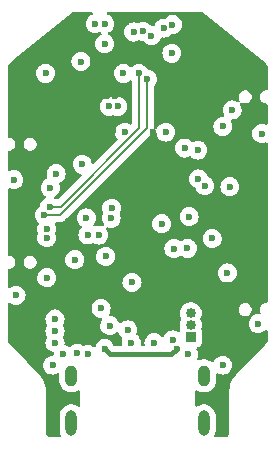
<source format=gbr>
G04 #@! TF.GenerationSoftware,KiCad,Pcbnew,8.0.5*
G04 #@! TF.CreationDate,2024-11-16T16:19:56+03:00*
G04 #@! TF.ProjectId,USB_duck_v2,5553425f-6475-4636-9b5f-76322e6b6963,rev?*
G04 #@! TF.SameCoordinates,Original*
G04 #@! TF.FileFunction,Copper,L2,Inr*
G04 #@! TF.FilePolarity,Positive*
%FSLAX46Y46*%
G04 Gerber Fmt 4.6, Leading zero omitted, Abs format (unit mm)*
G04 Created by KiCad (PCBNEW 8.0.5) date 2024-11-16 16:19:56*
%MOMM*%
%LPD*%
G01*
G04 APERTURE LIST*
G04 #@! TA.AperFunction,ComponentPad*
%ADD10R,0.850000X0.850000*%
G04 #@! TD*
G04 #@! TA.AperFunction,ComponentPad*
%ADD11O,0.850000X0.850000*%
G04 #@! TD*
G04 #@! TA.AperFunction,ComponentPad*
%ADD12O,1.000000X1.800000*%
G04 #@! TD*
G04 #@! TA.AperFunction,ComponentPad*
%ADD13O,0.950000X2.150000*%
G04 #@! TD*
G04 #@! TA.AperFunction,ViaPad*
%ADD14C,0.600000*%
G04 #@! TD*
G04 #@! TA.AperFunction,Conductor*
%ADD15C,0.400000*%
G04 #@! TD*
G04 #@! TA.AperFunction,Conductor*
%ADD16C,0.200000*%
G04 #@! TD*
G04 APERTURE END LIST*
D10*
X4500000Y-27500000D03*
D11*
X4500000Y-26500000D03*
X4500000Y-25500000D03*
D12*
X-5620000Y-30800000D03*
D13*
X-5620000Y-34800000D03*
D12*
X5620000Y-30800000D03*
D13*
X5620000Y-34800000D03*
D14*
X-5100000Y-28900000D03*
X-7698911Y-22500500D03*
X7600000Y-22100000D03*
X-2800000Y-2700000D03*
X-2700000Y-20700000D03*
X-10300000Y-24000000D03*
X-7000000Y-28000000D03*
X2900000Y-3500000D03*
X-7200000Y-29900000D03*
X-1700000Y-8000000D03*
X-7000000Y-27000000D03*
X-6300000Y-29000000D03*
X7800000Y-14800000D03*
X7200000Y-29900000D03*
X8000000Y-8300000D03*
X-2400000Y-8000000D03*
X-7800000Y-5200000D03*
X-1100000Y-10200000D03*
X10200000Y-26400000D03*
X7210000Y-9700000D03*
X4354500Y-17321236D03*
X-4200000Y-29000000D03*
X-6900000Y-13700000D03*
X-7699500Y-19100000D03*
X-1200000Y-5200000D03*
X-10500000Y-14200000D03*
X-7699500Y-18406374D03*
X-2800000Y-1000000D03*
X-3100000Y-25100000D03*
X2390000Y-10180000D03*
X2985061Y-27765141D03*
X4300000Y-29000000D03*
X10500000Y-10300000D03*
X-7000000Y-26000000D03*
X6310000Y-19180000D03*
X2947060Y-1074626D03*
X-5770000Y-17850000D03*
X5978819Y-20321888D03*
X-2110000Y-10110000D03*
X9000000Y-16300000D03*
X-2600000Y-6400000D03*
X-3323911Y-22576089D03*
X-2600000Y-7100000D03*
X6500000Y-28200000D03*
X1270000Y-10190000D03*
X-5791393Y-13440311D03*
X-1900000Y-7100000D03*
X-1900000Y-6400000D03*
X6439331Y-12395720D03*
X-250500Y-21400000D03*
X3300000Y-28500000D03*
X-2800000Y-28500000D03*
X2200181Y-1359891D03*
X-4800000Y-4200000D03*
X-7400000Y-14900000D03*
X-5325000Y-20975000D03*
X453710Y-1644849D03*
X-350500Y-1700000D03*
X1380000Y-27999500D03*
X-7900000Y-17210000D03*
X813966Y-5670000D03*
X114474Y-5200000D03*
X-2371844Y-26559461D03*
X-7450500Y-16480000D03*
X-480000Y-22900000D03*
X-536944Y-28000500D03*
X-854406Y-26923008D03*
X1170000Y-2000000D03*
X-3600000Y-1000000D03*
X-3304891Y-18890000D03*
X3068920Y-20038067D03*
X4214183Y-20014183D03*
X5146791Y-14127145D03*
X3974265Y-11525735D03*
X-4343712Y-17437927D03*
X-2200001Y-16611853D03*
X-2241628Y-17468223D03*
X2034658Y-17925818D03*
X-4215496Y-18883700D03*
X5679182Y-14724274D03*
X-4700000Y-12900000D03*
X5100000Y-11700000D03*
D15*
X3300000Y-28500000D02*
X2800000Y-29000000D01*
X2800000Y-29000000D02*
X-2300000Y-29000000D01*
X-2300000Y-29000000D02*
X-2800000Y-28500000D01*
D16*
X813966Y-5670000D02*
X813966Y-9786034D01*
X813966Y-9786034D02*
X-6610000Y-17210000D01*
X-6610000Y-17210000D02*
X-7900000Y-17210000D01*
X-7450500Y-16480000D02*
X-6502182Y-16480000D01*
X-6502182Y-16480000D02*
X114474Y-9863344D01*
X114474Y-9863344D02*
X114474Y-5200000D01*
G04 #@! TA.AperFunction,Conductor*
G36*
X-3828646Y-19685D02*
G01*
X-3782891Y-72489D01*
X-3772947Y-141647D01*
X-3801972Y-205203D01*
X-3854731Y-241042D01*
X-3949521Y-274210D01*
X-4102262Y-370184D01*
X-4229816Y-497738D01*
X-4268477Y-559266D01*
X-4325788Y-650476D01*
X-4385368Y-820745D01*
X-4385369Y-820750D01*
X-4405565Y-999996D01*
X-4405565Y-1000003D01*
X-4385369Y-1179249D01*
X-4385368Y-1179255D01*
X-4325789Y-1349522D01*
X-4229816Y-1502262D01*
X-4102262Y-1629816D01*
X-3949522Y-1725789D01*
X-3779255Y-1785368D01*
X-3779252Y-1785368D01*
X-3779249Y-1785369D01*
X-3600004Y-1805565D01*
X-3600000Y-1805565D01*
X-3599996Y-1805565D01*
X-3420750Y-1785369D01*
X-3420746Y-1785368D01*
X-3420745Y-1785368D01*
X-3420743Y-1785367D01*
X-3420737Y-1785366D01*
X-3243905Y-1723489D01*
X-3243153Y-1725637D01*
X-3184872Y-1716035D01*
X-3156414Y-1724391D01*
X-3156098Y-1723487D01*
X-3149526Y-1725786D01*
X-3149522Y-1725789D01*
X-3129030Y-1732959D01*
X-3072258Y-1773677D01*
X-3046509Y-1838629D01*
X-3059964Y-1907191D01*
X-3108350Y-1957595D01*
X-3129031Y-1967040D01*
X-3149520Y-1974209D01*
X-3269379Y-2049522D01*
X-3302262Y-2070184D01*
X-3429816Y-2197738D01*
X-3451834Y-2232780D01*
X-3525188Y-2349522D01*
X-3525789Y-2350478D01*
X-3580056Y-2505565D01*
X-3585368Y-2520745D01*
X-3585369Y-2520750D01*
X-3605565Y-2699996D01*
X-3605565Y-2700003D01*
X-3593671Y-2805565D01*
X-3585368Y-2879255D01*
X-3525789Y-3049522D01*
X-3429816Y-3202262D01*
X-3302262Y-3329816D01*
X-3149522Y-3425789D01*
X-2979255Y-3485368D01*
X-2979252Y-3485368D01*
X-2979249Y-3485369D01*
X-2800004Y-3505565D01*
X-2800000Y-3505565D01*
X-2799996Y-3505565D01*
X-2750569Y-3499996D01*
X2094435Y-3499996D01*
X2094435Y-3500003D01*
X2114630Y-3679249D01*
X2114631Y-3679254D01*
X2174211Y-3849523D01*
X2244215Y-3960933D01*
X2270184Y-4002262D01*
X2397738Y-4129816D01*
X2550478Y-4225789D01*
X2720745Y-4285368D01*
X2720750Y-4285369D01*
X2899996Y-4305565D01*
X2900000Y-4305565D01*
X2900004Y-4305565D01*
X3079249Y-4285369D01*
X3079252Y-4285368D01*
X3079255Y-4285368D01*
X3249522Y-4225789D01*
X3402262Y-4129816D01*
X3529816Y-4002262D01*
X3625789Y-3849522D01*
X3685368Y-3679255D01*
X3685369Y-3679249D01*
X3705565Y-3500003D01*
X3705565Y-3499996D01*
X3685369Y-3320750D01*
X3685368Y-3320745D01*
X3625788Y-3150476D01*
X3529815Y-2997737D01*
X3402262Y-2870184D01*
X3249523Y-2774211D01*
X3079254Y-2714631D01*
X3079249Y-2714630D01*
X2900004Y-2694435D01*
X2899996Y-2694435D01*
X2720750Y-2714630D01*
X2720745Y-2714631D01*
X2550476Y-2774211D01*
X2397737Y-2870184D01*
X2270184Y-2997737D01*
X2174211Y-3150476D01*
X2114631Y-3320745D01*
X2114630Y-3320750D01*
X2094435Y-3499996D01*
X-2750569Y-3499996D01*
X-2620750Y-3485369D01*
X-2620745Y-3485368D01*
X-2588860Y-3474211D01*
X-2450478Y-3425789D01*
X-2432721Y-3414632D01*
X-2388080Y-3386582D01*
X-2297738Y-3329816D01*
X-2170184Y-3202262D01*
X-2137646Y-3150478D01*
X-2074211Y-3049523D01*
X-2014631Y-2879254D01*
X-2014630Y-2879249D01*
X-1994435Y-2700003D01*
X-1994435Y-2699996D01*
X-2014630Y-2520750D01*
X-2014631Y-2520745D01*
X-2074211Y-2350476D01*
X-2170184Y-2197737D01*
X-2297737Y-2070184D01*
X-2450479Y-1974209D01*
X-2470966Y-1967041D01*
X-2527741Y-1926319D01*
X-2553488Y-1861366D01*
X-2540031Y-1792804D01*
X-2491643Y-1742402D01*
X-2470966Y-1732959D01*
X-2450479Y-1725790D01*
X-2409429Y-1699996D01*
X-1156065Y-1699996D01*
X-1156065Y-1700003D01*
X-1135869Y-1879249D01*
X-1135868Y-1879255D01*
X-1076289Y-2049522D01*
X-980316Y-2202262D01*
X-852762Y-2329816D01*
X-700022Y-2425789D01*
X-529755Y-2485368D01*
X-529752Y-2485368D01*
X-529749Y-2485369D01*
X-350504Y-2505565D01*
X-350500Y-2505565D01*
X-350496Y-2505565D01*
X-171250Y-2485369D01*
X-171245Y-2485368D01*
X-148271Y-2477329D01*
X-978Y-2425789D01*
X42453Y-2398499D01*
X109687Y-2379498D01*
X149376Y-2386450D01*
X210422Y-2407811D01*
X274450Y-2430216D01*
X274460Y-2430218D01*
X403369Y-2444742D01*
X452371Y-2450263D01*
X516785Y-2477329D01*
X534779Y-2497662D01*
X535841Y-2496816D01*
X540184Y-2502262D01*
X667738Y-2629816D01*
X758080Y-2686582D01*
X802721Y-2714632D01*
X820478Y-2725789D01*
X958860Y-2774211D01*
X990745Y-2785368D01*
X990750Y-2785369D01*
X1169996Y-2805565D01*
X1170000Y-2805565D01*
X1170004Y-2805565D01*
X1349249Y-2785369D01*
X1349252Y-2785368D01*
X1349255Y-2785368D01*
X1519522Y-2725789D01*
X1672262Y-2629816D01*
X1799816Y-2502262D01*
X1895789Y-2349522D01*
X1936639Y-2232777D01*
X1977359Y-2176004D01*
X2042312Y-2150256D01*
X2067564Y-2150514D01*
X2200178Y-2165456D01*
X2200181Y-2165456D01*
X2200185Y-2165456D01*
X2379430Y-2145260D01*
X2379433Y-2145259D01*
X2379436Y-2145259D01*
X2549703Y-2085680D01*
X2702443Y-1989707D01*
X2783415Y-1908733D01*
X2844736Y-1875250D01*
X2884978Y-1873196D01*
X2901268Y-1875031D01*
X2947058Y-1880191D01*
X2947060Y-1880191D01*
X2947064Y-1880191D01*
X3126309Y-1859995D01*
X3126312Y-1859994D01*
X3126315Y-1859994D01*
X3296582Y-1800415D01*
X3449322Y-1704442D01*
X3576876Y-1576888D01*
X3672849Y-1424148D01*
X3732428Y-1253881D01*
X3734509Y-1235412D01*
X3752625Y-1074629D01*
X3752625Y-1074622D01*
X3732429Y-895376D01*
X3732428Y-895371D01*
X3719870Y-859482D01*
X3672849Y-725104D01*
X3576876Y-572364D01*
X3449322Y-444810D01*
X3330556Y-370184D01*
X3296583Y-348837D01*
X3126314Y-289257D01*
X3126309Y-289256D01*
X2947064Y-269061D01*
X2947056Y-269061D01*
X2767810Y-289256D01*
X2767805Y-289257D01*
X2597536Y-348837D01*
X2444797Y-444810D01*
X2363825Y-525782D01*
X2302501Y-559266D01*
X2262261Y-561320D01*
X2200184Y-554326D01*
X2200177Y-554326D01*
X2020931Y-574521D01*
X2020926Y-574522D01*
X1850657Y-634102D01*
X1697918Y-730075D01*
X1570365Y-857628D01*
X1474390Y-1010371D01*
X1433541Y-1127111D01*
X1392820Y-1183887D01*
X1327867Y-1209634D01*
X1302617Y-1209376D01*
X1171338Y-1194585D01*
X1106924Y-1167519D01*
X1088934Y-1147183D01*
X1087869Y-1148033D01*
X1083525Y-1142586D01*
X955972Y-1015033D01*
X803233Y-919060D01*
X632964Y-859480D01*
X632959Y-859479D01*
X453714Y-839284D01*
X453706Y-839284D01*
X274460Y-859479D01*
X274447Y-859482D01*
X104192Y-919057D01*
X79493Y-934576D01*
X60754Y-946350D01*
X-6481Y-965349D01*
X-46169Y-958397D01*
X-171242Y-914632D01*
X-171250Y-914630D01*
X-350496Y-894435D01*
X-350504Y-894435D01*
X-529749Y-914630D01*
X-529754Y-914631D01*
X-700023Y-974211D01*
X-764990Y-1015033D01*
X-852762Y-1070184D01*
X-980316Y-1197738D01*
X-990931Y-1214632D01*
X-1075688Y-1349522D01*
X-1076289Y-1350478D01*
X-1135868Y-1520745D01*
X-1135869Y-1520750D01*
X-1156065Y-1699996D01*
X-2409429Y-1699996D01*
X-2374108Y-1677802D01*
X-2297738Y-1629816D01*
X-2170184Y-1502262D01*
X-2121102Y-1424149D01*
X-2074211Y-1349523D01*
X-2014631Y-1179254D01*
X-2014630Y-1179249D01*
X-1994435Y-1000003D01*
X-1994435Y-999996D01*
X-2014630Y-820750D01*
X-2014631Y-820745D01*
X-2074211Y-650476D01*
X-2170184Y-497737D01*
X-2297737Y-370184D01*
X-2450478Y-274210D01*
X-2545269Y-241042D01*
X-2602046Y-200320D01*
X-2627793Y-135367D01*
X-2614337Y-66806D01*
X-2565950Y-16403D01*
X-2504315Y0D01*
X5390259Y0D01*
X5457298Y-19685D01*
X5467396Y-26913D01*
X5797586Y-289256D01*
X10543118Y-4059678D01*
X10543122Y-4059682D01*
X10585213Y-4093125D01*
X10591284Y-4098276D01*
X10748954Y-4240983D01*
X10760039Y-4252393D01*
X10868351Y-4379254D01*
X10895543Y-4411103D01*
X10905081Y-4423850D01*
X10979843Y-4538410D01*
X10999997Y-4605310D01*
X11000000Y-4606178D01*
X11000000Y-6525500D01*
X10980315Y-6592539D01*
X10927511Y-6638294D01*
X10876000Y-6649500D01*
X10827525Y-6649500D01*
X10698993Y-6683940D01*
X10687511Y-6687017D01*
X10561988Y-6759488D01*
X10561982Y-6759493D01*
X10459493Y-6861982D01*
X10459488Y-6861988D01*
X10387017Y-6987511D01*
X10387016Y-6987515D01*
X10349500Y-7127525D01*
X10349500Y-7272475D01*
X10387016Y-7412485D01*
X10387017Y-7412488D01*
X10459488Y-7538011D01*
X10459490Y-7538013D01*
X10459491Y-7538015D01*
X10561985Y-7640509D01*
X10561986Y-7640510D01*
X10561988Y-7640511D01*
X10687511Y-7712982D01*
X10687512Y-7712982D01*
X10687515Y-7712984D01*
X10827525Y-7750500D01*
X10827528Y-7750500D01*
X10876000Y-7750500D01*
X10943039Y-7770185D01*
X10988794Y-7822989D01*
X11000000Y-7874500D01*
X11000000Y-9452103D01*
X10980315Y-9519142D01*
X10927511Y-9564897D01*
X10858353Y-9574841D01*
X10835046Y-9569145D01*
X10679257Y-9514632D01*
X10679249Y-9514630D01*
X10500004Y-9494435D01*
X10499996Y-9494435D01*
X10320750Y-9514630D01*
X10320745Y-9514631D01*
X10150476Y-9574211D01*
X9997737Y-9670184D01*
X9870184Y-9797737D01*
X9774211Y-9950476D01*
X9714631Y-10120745D01*
X9714630Y-10120750D01*
X9694435Y-10299996D01*
X9694435Y-10300003D01*
X9714630Y-10479249D01*
X9714631Y-10479254D01*
X9774211Y-10649523D01*
X9843307Y-10759488D01*
X9870184Y-10802262D01*
X9997738Y-10929816D01*
X10054319Y-10965368D01*
X10146790Y-11023472D01*
X10150478Y-11025789D01*
X10231398Y-11054104D01*
X10320745Y-11085368D01*
X10320750Y-11085369D01*
X10499996Y-11105565D01*
X10500000Y-11105565D01*
X10500004Y-11105565D01*
X10679249Y-11085369D01*
X10679251Y-11085368D01*
X10679255Y-11085368D01*
X10679258Y-11085366D01*
X10679262Y-11085366D01*
X10835045Y-11030855D01*
X10904824Y-11027293D01*
X10965451Y-11062021D01*
X10997679Y-11124015D01*
X11000000Y-11147896D01*
X11000000Y-24525500D01*
X10980315Y-24592539D01*
X10927511Y-24638294D01*
X10876000Y-24649500D01*
X10827525Y-24649500D01*
X10698993Y-24683940D01*
X10687511Y-24687017D01*
X10561988Y-24759488D01*
X10561982Y-24759493D01*
X10459493Y-24861982D01*
X10459488Y-24861988D01*
X10387017Y-24987511D01*
X10387016Y-24987515D01*
X10349500Y-25127525D01*
X10349500Y-25272475D01*
X10387016Y-25412485D01*
X10387017Y-25412488D01*
X10389568Y-25416906D01*
X10406043Y-25484806D01*
X10383192Y-25550833D01*
X10328272Y-25594025D01*
X10268301Y-25602130D01*
X10224534Y-25597199D01*
X10200000Y-25594435D01*
X10199998Y-25594435D01*
X10199997Y-25594435D01*
X10199996Y-25594435D01*
X10020750Y-25614630D01*
X10020745Y-25614631D01*
X9850476Y-25674211D01*
X9697737Y-25770184D01*
X9570184Y-25897737D01*
X9474211Y-26050476D01*
X9414631Y-26220745D01*
X9414630Y-26220750D01*
X9394435Y-26399996D01*
X9394435Y-26400003D01*
X9414630Y-26579249D01*
X9414631Y-26579254D01*
X9474211Y-26749523D01*
X9570184Y-26902262D01*
X9697738Y-27029816D01*
X9788080Y-27086582D01*
X9828755Y-27112140D01*
X9850478Y-27125789D01*
X9879737Y-27136027D01*
X10020745Y-27185368D01*
X10020750Y-27185369D01*
X10199996Y-27205565D01*
X10200000Y-27205565D01*
X10200004Y-27205565D01*
X10379249Y-27185369D01*
X10379252Y-27185368D01*
X10379255Y-27185368D01*
X10549522Y-27125789D01*
X10702262Y-27029816D01*
X10788319Y-26943759D01*
X10849642Y-26910274D01*
X10919334Y-26915258D01*
X10975267Y-26957130D01*
X10999684Y-27022594D01*
X11000000Y-27031440D01*
X11000000Y-27847220D01*
X10980315Y-27914259D01*
X10979824Y-27915018D01*
X10904738Y-28030002D01*
X10895190Y-28042752D01*
X10756925Y-28204581D01*
X10751556Y-28210471D01*
X10706716Y-28256592D01*
X10706715Y-28256594D01*
X10378698Y-28593983D01*
X8374654Y-30655285D01*
X8346674Y-30684064D01*
X8346668Y-30684071D01*
X8299894Y-30732179D01*
X8299877Y-30732199D01*
X8147473Y-30928112D01*
X8147472Y-30928113D01*
X8017529Y-31139608D01*
X8017521Y-31139622D01*
X7911629Y-31364112D01*
X7911624Y-31364124D01*
X7831058Y-31598905D01*
X7776794Y-31841134D01*
X7749497Y-32087857D01*
X7749500Y-32200500D01*
X7749500Y-35592928D01*
X7748695Y-35607031D01*
X7736898Y-35710079D01*
X7730523Y-35737557D01*
X7698126Y-35828575D01*
X7685707Y-35853901D01*
X7633579Y-35935241D01*
X7615764Y-35957097D01*
X7607902Y-35964764D01*
X7546169Y-35997484D01*
X7521319Y-36000000D01*
X6612925Y-36000000D01*
X6545886Y-35980315D01*
X6500131Y-35927511D01*
X6490187Y-35858353D01*
X6498364Y-35828548D01*
X6541591Y-35724187D01*
X6558012Y-35684543D01*
X6595500Y-35496078D01*
X6595500Y-34103922D01*
X6595500Y-34103919D01*
X6595499Y-34103917D01*
X6558013Y-33915464D01*
X6558012Y-33915457D01*
X6484477Y-33737927D01*
X6377720Y-33578155D01*
X6377717Y-33578151D01*
X6241848Y-33442282D01*
X6241844Y-33442279D01*
X6082070Y-33335521D01*
X6082068Y-33335520D01*
X5904547Y-33261989D01*
X5904535Y-33261986D01*
X5716081Y-33224500D01*
X5716078Y-33224500D01*
X5523922Y-33224500D01*
X5523919Y-33224500D01*
X5335464Y-33261986D01*
X5335452Y-33261989D01*
X5157931Y-33335520D01*
X5157929Y-33335521D01*
X5063391Y-33398690D01*
X4996713Y-33419568D01*
X4929333Y-33401083D01*
X4882643Y-33349104D01*
X4870500Y-33295588D01*
X4870500Y-32134479D01*
X4890185Y-32067440D01*
X4942989Y-32021685D01*
X5012147Y-32011741D01*
X5063390Y-32031376D01*
X5146086Y-32086632D01*
X5146088Y-32086633D01*
X5146092Y-32086635D01*
X5328160Y-32162049D01*
X5328165Y-32162051D01*
X5328169Y-32162051D01*
X5328170Y-32162052D01*
X5521456Y-32200500D01*
X5521459Y-32200500D01*
X5718543Y-32200500D01*
X5848582Y-32174632D01*
X5911835Y-32162051D01*
X6090947Y-32087861D01*
X6093907Y-32086635D01*
X6093907Y-32086634D01*
X6093914Y-32086632D01*
X6257782Y-31977139D01*
X6397139Y-31837782D01*
X6506632Y-31673914D01*
X6582051Y-31491835D01*
X6594632Y-31428582D01*
X6620500Y-31298543D01*
X6620500Y-30705645D01*
X6640185Y-30638606D01*
X6692989Y-30592851D01*
X6762147Y-30582907D01*
X6810473Y-30600652D01*
X6850475Y-30625788D01*
X7020745Y-30685368D01*
X7020750Y-30685369D01*
X7199996Y-30705565D01*
X7200000Y-30705565D01*
X7200004Y-30705565D01*
X7379249Y-30685369D01*
X7379252Y-30685368D01*
X7379255Y-30685368D01*
X7549522Y-30625789D01*
X7702262Y-30529816D01*
X7829816Y-30402262D01*
X7925789Y-30249522D01*
X7985368Y-30079255D01*
X8002206Y-29929815D01*
X8005565Y-29900003D01*
X8005565Y-29899996D01*
X7985369Y-29720750D01*
X7985368Y-29720745D01*
X7968864Y-29673580D01*
X7925789Y-29550478D01*
X7921788Y-29544111D01*
X7855081Y-29437947D01*
X7829816Y-29397738D01*
X7702262Y-29270184D01*
X7689247Y-29262006D01*
X7549523Y-29174211D01*
X7379254Y-29114631D01*
X7379249Y-29114630D01*
X7200004Y-29094435D01*
X7199996Y-29094435D01*
X7020750Y-29114630D01*
X7020745Y-29114631D01*
X6850476Y-29174211D01*
X6697737Y-29270184D01*
X6570184Y-29397737D01*
X6474209Y-29550479D01*
X6464525Y-29578156D01*
X6423803Y-29634931D01*
X6358850Y-29660678D01*
X6290288Y-29647221D01*
X6259803Y-29624881D01*
X6257785Y-29622863D01*
X6257781Y-29622860D01*
X6093920Y-29513371D01*
X6093907Y-29513364D01*
X5911839Y-29437950D01*
X5911829Y-29437947D01*
X5718543Y-29399500D01*
X5718541Y-29399500D01*
X5521459Y-29399500D01*
X5521457Y-29399500D01*
X5328170Y-29437947D01*
X5328160Y-29437950D01*
X5194366Y-29493369D01*
X5124897Y-29500838D01*
X5062418Y-29469562D01*
X5026766Y-29409473D01*
X5029260Y-29339648D01*
X5029873Y-29337853D01*
X5085366Y-29179262D01*
X5085369Y-29179249D01*
X5105565Y-29000003D01*
X5105565Y-28999996D01*
X5085369Y-28820750D01*
X5085368Y-28820745D01*
X5025788Y-28650476D01*
X4990291Y-28593983D01*
X4971291Y-28526746D01*
X4991659Y-28459911D01*
X5044927Y-28414697D01*
X5051953Y-28411829D01*
X5167326Y-28368798D01*
X5167326Y-28368797D01*
X5167331Y-28368796D01*
X5282546Y-28282546D01*
X5368796Y-28167331D01*
X5419091Y-28032483D01*
X5425500Y-27972873D01*
X5425499Y-27027128D01*
X5419091Y-26967517D01*
X5416129Y-26959576D01*
X5381900Y-26867803D01*
X5376916Y-26798112D01*
X5380145Y-26786170D01*
X5410262Y-26693482D01*
X5430598Y-26500000D01*
X5410262Y-26306518D01*
X5350144Y-26121492D01*
X5315795Y-26061999D01*
X5299322Y-25994101D01*
X5315796Y-25938000D01*
X5350144Y-25878508D01*
X5410262Y-25693482D01*
X5430598Y-25500000D01*
X5410262Y-25306518D01*
X5352104Y-25127525D01*
X8549500Y-25127525D01*
X8549500Y-25272475D01*
X8587016Y-25412485D01*
X8587017Y-25412488D01*
X8659488Y-25538011D01*
X8659490Y-25538013D01*
X8659491Y-25538015D01*
X8761985Y-25640509D01*
X8761986Y-25640510D01*
X8761988Y-25640511D01*
X8887511Y-25712982D01*
X8887512Y-25712982D01*
X8887515Y-25712984D01*
X9027525Y-25750500D01*
X9027528Y-25750500D01*
X9172472Y-25750500D01*
X9172475Y-25750500D01*
X9312485Y-25712984D01*
X9438015Y-25640509D01*
X9540509Y-25538015D01*
X9612984Y-25412485D01*
X9650500Y-25272475D01*
X9650500Y-25127525D01*
X9612984Y-24987515D01*
X9593061Y-24953008D01*
X9540511Y-24861988D01*
X9540506Y-24861982D01*
X9438017Y-24759493D01*
X9438011Y-24759488D01*
X9312488Y-24687017D01*
X9312489Y-24687017D01*
X9301006Y-24683940D01*
X9172475Y-24649500D01*
X9027525Y-24649500D01*
X8898993Y-24683940D01*
X8887511Y-24687017D01*
X8761988Y-24759488D01*
X8761982Y-24759493D01*
X8659493Y-24861982D01*
X8659488Y-24861988D01*
X8587017Y-24987511D01*
X8587016Y-24987515D01*
X8549500Y-25127525D01*
X5352104Y-25127525D01*
X5350144Y-25121492D01*
X5350143Y-25121491D01*
X5350143Y-25121489D01*
X5350142Y-25121488D01*
X5316202Y-25062703D01*
X5252870Y-24953008D01*
X5201882Y-24896381D01*
X5122697Y-24808435D01*
X5122694Y-24808433D01*
X5122693Y-24808432D01*
X5122692Y-24808431D01*
X5014209Y-24729613D01*
X4965297Y-24694076D01*
X4812641Y-24626111D01*
X4787571Y-24614949D01*
X4787569Y-24614948D01*
X4597274Y-24574500D01*
X4402726Y-24574500D01*
X4212431Y-24614948D01*
X4034702Y-24694076D01*
X3877305Y-24808433D01*
X3877302Y-24808435D01*
X3747129Y-24953009D01*
X3649857Y-25121488D01*
X3649856Y-25121489D01*
X3589738Y-25306516D01*
X3569402Y-25500000D01*
X3589738Y-25693483D01*
X3649856Y-25878510D01*
X3649857Y-25878511D01*
X3684203Y-25938000D01*
X3700676Y-26005900D01*
X3684203Y-26062000D01*
X3649857Y-26121488D01*
X3649856Y-26121489D01*
X3589738Y-26306516D01*
X3579912Y-26400003D01*
X3569402Y-26500000D01*
X3577732Y-26579254D01*
X3589738Y-26693483D01*
X3589740Y-26693488D01*
X3619848Y-26786154D01*
X3621843Y-26855995D01*
X3618099Y-26867804D01*
X3580908Y-26967516D01*
X3579302Y-26982461D01*
X3552563Y-27047012D01*
X3495170Y-27086859D01*
X3425345Y-27089352D01*
X3390041Y-27074198D01*
X3334584Y-27039352D01*
X3164315Y-26979772D01*
X3164310Y-26979771D01*
X2985065Y-26959576D01*
X2985057Y-26959576D01*
X2805811Y-26979771D01*
X2805806Y-26979772D01*
X2635537Y-27039352D01*
X2482798Y-27135325D01*
X2355245Y-27262878D01*
X2259270Y-27415620D01*
X2236741Y-27480005D01*
X2196019Y-27536780D01*
X2131066Y-27562527D01*
X2062505Y-27549070D01*
X2014706Y-27505021D01*
X2012345Y-27501264D01*
X2009816Y-27497238D01*
X1882262Y-27369684D01*
X1865042Y-27358864D01*
X1729523Y-27273711D01*
X1559254Y-27214131D01*
X1559249Y-27214130D01*
X1380004Y-27193935D01*
X1379996Y-27193935D01*
X1200750Y-27214130D01*
X1200745Y-27214131D01*
X1030476Y-27273711D01*
X877737Y-27369684D01*
X750184Y-27497237D01*
X654211Y-27649976D01*
X594631Y-27820245D01*
X594630Y-27820250D01*
X574435Y-27999496D01*
X574435Y-27999503D01*
X592700Y-28161617D01*
X580645Y-28230439D01*
X533296Y-28281818D01*
X469480Y-28299500D01*
X373688Y-28299500D01*
X306649Y-28279815D01*
X260894Y-28227011D01*
X250468Y-28161616D01*
X268621Y-28000502D01*
X268621Y-28000496D01*
X248425Y-27821250D01*
X248424Y-27821245D01*
X188844Y-27650976D01*
X135433Y-27565973D01*
X92872Y-27498238D01*
X74639Y-27480005D01*
X-34683Y-27370682D01*
X-34685Y-27370681D01*
X-56113Y-27357217D01*
X-102404Y-27304882D01*
X-113051Y-27235829D01*
X-107182Y-27211272D01*
X-85531Y-27149398D01*
X-69038Y-27102267D01*
X-69036Y-27102257D01*
X-48841Y-26923011D01*
X-48841Y-26923004D01*
X-69036Y-26743758D01*
X-69037Y-26743753D01*
X-128617Y-26573484D01*
X-224590Y-26420745D01*
X-352143Y-26293192D01*
X-504882Y-26197219D01*
X-675151Y-26137639D01*
X-675156Y-26137638D01*
X-854402Y-26117443D01*
X-854410Y-26117443D01*
X-1033655Y-26137638D01*
X-1033660Y-26137639D01*
X-1203929Y-26197219D01*
X-1356668Y-26293192D01*
X-1409918Y-26346442D01*
X-1471241Y-26379927D01*
X-1540933Y-26374943D01*
X-1596866Y-26333071D01*
X-1614641Y-26299715D01*
X-1646054Y-26209939D01*
X-1742028Y-26057198D01*
X-1869581Y-25929645D01*
X-2022320Y-25833672D01*
X-2192589Y-25774092D01*
X-2192594Y-25774091D01*
X-2356555Y-25755618D01*
X-2420969Y-25728552D01*
X-2460525Y-25670957D01*
X-2462662Y-25601120D01*
X-2447666Y-25566426D01*
X-2374211Y-25449523D01*
X-2314631Y-25279254D01*
X-2314630Y-25279249D01*
X-2294435Y-25100003D01*
X-2294435Y-25099996D01*
X-2314630Y-24920750D01*
X-2314631Y-24920745D01*
X-2374211Y-24750476D01*
X-2470184Y-24597737D01*
X-2597737Y-24470184D01*
X-2750476Y-24374211D01*
X-2920745Y-24314631D01*
X-2920750Y-24314630D01*
X-3099996Y-24294435D01*
X-3100004Y-24294435D01*
X-3279249Y-24314630D01*
X-3279254Y-24314631D01*
X-3449523Y-24374211D01*
X-3602262Y-24470184D01*
X-3729816Y-24597738D01*
X-3740630Y-24614949D01*
X-3790350Y-24694078D01*
X-3825789Y-24750478D01*
X-3846068Y-24808433D01*
X-3885368Y-24920745D01*
X-3885369Y-24920750D01*
X-3905565Y-25099996D01*
X-3905565Y-25100003D01*
X-3885369Y-25279249D01*
X-3885368Y-25279255D01*
X-3825789Y-25449522D01*
X-3729816Y-25602262D01*
X-3602262Y-25729816D01*
X-3449522Y-25825789D01*
X-3279255Y-25885368D01*
X-3279253Y-25885368D01*
X-3279250Y-25885369D01*
X-3200469Y-25894244D01*
X-3115286Y-25903842D01*
X-3050874Y-25930908D01*
X-3011319Y-25988502D01*
X-3009180Y-26058339D01*
X-3024177Y-26093034D01*
X-3097632Y-26209937D01*
X-3097633Y-26209939D01*
X-3146475Y-26349522D01*
X-3157212Y-26380206D01*
X-3157213Y-26380211D01*
X-3177409Y-26559457D01*
X-3177409Y-26559464D01*
X-3162308Y-26693488D01*
X-3157212Y-26738716D01*
X-3097633Y-26908983D01*
X-3001660Y-27061723D01*
X-2874106Y-27189277D01*
X-2721366Y-27285250D01*
X-2551099Y-27344829D01*
X-2551096Y-27344829D01*
X-2551093Y-27344830D01*
X-2371848Y-27365026D01*
X-2371844Y-27365026D01*
X-2371840Y-27365026D01*
X-2192594Y-27344830D01*
X-2192589Y-27344829D01*
X-2022322Y-27285250D01*
X-2002076Y-27272529D01*
X-1922459Y-27222502D01*
X-1869582Y-27189277D01*
X-1816332Y-27136027D01*
X-1755009Y-27102542D01*
X-1685317Y-27107526D01*
X-1629384Y-27149398D01*
X-1611608Y-27182754D01*
X-1580195Y-27272530D01*
X-1484222Y-27425270D01*
X-1356668Y-27552824D01*
X-1335238Y-27566289D01*
X-1288948Y-27618620D01*
X-1278298Y-27687673D01*
X-1284169Y-27712237D01*
X-1322310Y-27821237D01*
X-1322313Y-27821250D01*
X-1342509Y-28000496D01*
X-1342509Y-28000502D01*
X-1324356Y-28161616D01*
X-1336410Y-28230438D01*
X-1383760Y-28281818D01*
X-1447576Y-28299500D01*
X-1934083Y-28299500D01*
X-2001122Y-28279815D01*
X-2046877Y-28227011D01*
X-2051124Y-28216456D01*
X-2074211Y-28150476D01*
X-2074212Y-28150475D01*
X-2170184Y-27997737D01*
X-2297737Y-27870184D01*
X-2450476Y-27774211D01*
X-2620745Y-27714631D01*
X-2620750Y-27714630D01*
X-2799996Y-27694435D01*
X-2800004Y-27694435D01*
X-2979249Y-27714630D01*
X-2979254Y-27714631D01*
X-3149523Y-27774211D01*
X-3267770Y-27848511D01*
X-3302262Y-27870184D01*
X-3429816Y-27997738D01*
X-3469180Y-28060385D01*
X-3525789Y-28150478D01*
X-3568447Y-28272387D01*
X-3609169Y-28329164D01*
X-3674122Y-28354911D01*
X-3742683Y-28341455D01*
X-3751461Y-28336427D01*
X-3850476Y-28274211D01*
X-4020745Y-28214631D01*
X-4020750Y-28214630D01*
X-4199996Y-28194435D01*
X-4200004Y-28194435D01*
X-4379249Y-28214630D01*
X-4379257Y-28214632D01*
X-4520011Y-28263884D01*
X-4589789Y-28267445D01*
X-4626937Y-28251836D01*
X-4750476Y-28174211D01*
X-4920745Y-28114631D01*
X-4920750Y-28114630D01*
X-5099996Y-28094435D01*
X-5100004Y-28094435D01*
X-5279249Y-28114630D01*
X-5279254Y-28114631D01*
X-5449523Y-28174211D01*
X-5602262Y-28270184D01*
X-5669180Y-28337102D01*
X-5730503Y-28370587D01*
X-5800195Y-28365603D01*
X-5822833Y-28354415D01*
X-5950476Y-28274211D01*
X-6121568Y-28214344D01*
X-6178344Y-28173622D01*
X-6204091Y-28108669D01*
X-6203833Y-28083419D01*
X-6194435Y-28000004D01*
X-6194435Y-27999996D01*
X-6214630Y-27820750D01*
X-6214633Y-27820737D01*
X-6274209Y-27650479D01*
X-6327309Y-27565971D01*
X-6346309Y-27498734D01*
X-6327309Y-27434029D01*
X-6274209Y-27349520D01*
X-6214633Y-27179262D01*
X-6214630Y-27179249D01*
X-6194435Y-27000003D01*
X-6194435Y-26999996D01*
X-6214630Y-26820750D01*
X-6214633Y-26820737D01*
X-6274209Y-26650479D01*
X-6327309Y-26565971D01*
X-6346309Y-26498734D01*
X-6327309Y-26434029D01*
X-6274209Y-26349520D01*
X-6214633Y-26179262D01*
X-6214630Y-26179249D01*
X-6194435Y-26000003D01*
X-6194435Y-25999996D01*
X-6214630Y-25820750D01*
X-6214631Y-25820745D01*
X-6274211Y-25650476D01*
X-6370184Y-25497737D01*
X-6497737Y-25370184D01*
X-6650476Y-25274211D01*
X-6820745Y-25214631D01*
X-6820750Y-25214630D01*
X-6999996Y-25194435D01*
X-7000004Y-25194435D01*
X-7179249Y-25214630D01*
X-7179254Y-25214631D01*
X-7349523Y-25274211D01*
X-7502262Y-25370184D01*
X-7629816Y-25497738D01*
X-7686582Y-25588080D01*
X-7719526Y-25640511D01*
X-7725789Y-25650478D01*
X-7762579Y-25755618D01*
X-7785368Y-25820745D01*
X-7785369Y-25820750D01*
X-7805565Y-25999996D01*
X-7805565Y-26000003D01*
X-7790057Y-26137638D01*
X-7785368Y-26179255D01*
X-7725789Y-26349522D01*
X-7725788Y-26349524D01*
X-7672691Y-26434027D01*
X-7653690Y-26501264D01*
X-7672691Y-26565973D01*
X-7725788Y-26650475D01*
X-7785368Y-26820745D01*
X-7785369Y-26820750D01*
X-7805565Y-26999996D01*
X-7805565Y-27000003D01*
X-7791392Y-27125789D01*
X-7785368Y-27179255D01*
X-7725789Y-27349522D01*
X-7725788Y-27349524D01*
X-7672691Y-27434027D01*
X-7653690Y-27501264D01*
X-7672691Y-27565973D01*
X-7725788Y-27650475D01*
X-7785368Y-27820745D01*
X-7785369Y-27820750D01*
X-7805565Y-27999996D01*
X-7805565Y-28000003D01*
X-7785369Y-28179249D01*
X-7785368Y-28179255D01*
X-7725789Y-28349522D01*
X-7629816Y-28502262D01*
X-7502262Y-28629816D01*
X-7349522Y-28725789D01*
X-7187614Y-28782442D01*
X-7178432Y-28785656D01*
X-7121655Y-28826378D01*
X-7095908Y-28891331D01*
X-7096166Y-28916582D01*
X-7104056Y-28986607D01*
X-7131123Y-29051021D01*
X-7188718Y-29090576D01*
X-7213392Y-29095943D01*
X-7379250Y-29114630D01*
X-7379254Y-29114631D01*
X-7549523Y-29174211D01*
X-7689247Y-29262006D01*
X-7702262Y-29270184D01*
X-7829816Y-29397738D01*
X-7855081Y-29437947D01*
X-7921788Y-29544111D01*
X-7925789Y-29550478D01*
X-7968864Y-29673580D01*
X-7985368Y-29720745D01*
X-7985369Y-29720750D01*
X-8005565Y-29899996D01*
X-8005565Y-29900003D01*
X-8002206Y-29929815D01*
X-7985368Y-30079255D01*
X-7925789Y-30249522D01*
X-7829816Y-30402262D01*
X-7702262Y-30529816D01*
X-7549522Y-30625789D01*
X-7379255Y-30685368D01*
X-7379252Y-30685368D01*
X-7379249Y-30685369D01*
X-7200004Y-30705565D01*
X-7200000Y-30705565D01*
X-7199996Y-30705565D01*
X-7020750Y-30685369D01*
X-7020745Y-30685368D01*
X-6850475Y-30625788D01*
X-6810473Y-30600652D01*
X-6743237Y-30581651D01*
X-6676401Y-30602018D01*
X-6631187Y-30655285D01*
X-6620500Y-30705645D01*
X-6620500Y-31298543D01*
X-6594632Y-31428582D01*
X-6582051Y-31491835D01*
X-6506632Y-31673914D01*
X-6397139Y-31837782D01*
X-6257782Y-31977139D01*
X-6093914Y-32086632D01*
X-6093907Y-32086634D01*
X-6093907Y-32086635D01*
X-6090947Y-32087861D01*
X-5911835Y-32162051D01*
X-5848582Y-32174632D01*
X-5718543Y-32200500D01*
X-5718541Y-32200500D01*
X-5521456Y-32200500D01*
X-5328170Y-32162052D01*
X-5328169Y-32162051D01*
X-5328165Y-32162051D01*
X-5328160Y-32162049D01*
X-5146092Y-32086635D01*
X-5146088Y-32086633D01*
X-5146086Y-32086632D01*
X-5063390Y-32031376D01*
X-4996714Y-32010499D01*
X-4929334Y-32028983D01*
X-4882643Y-32080962D01*
X-4870500Y-32134479D01*
X-4870500Y-33295588D01*
X-4890185Y-33362627D01*
X-4942989Y-33408382D01*
X-5012147Y-33418326D01*
X-5063391Y-33398690D01*
X-5157929Y-33335521D01*
X-5157931Y-33335520D01*
X-5335452Y-33261989D01*
X-5335464Y-33261986D01*
X-5523919Y-33224500D01*
X-5523922Y-33224500D01*
X-5716078Y-33224500D01*
X-5716081Y-33224500D01*
X-5904535Y-33261986D01*
X-5904547Y-33261989D01*
X-6082068Y-33335520D01*
X-6082070Y-33335521D01*
X-6241844Y-33442279D01*
X-6241848Y-33442282D01*
X-6377717Y-33578151D01*
X-6377720Y-33578155D01*
X-6484477Y-33737927D01*
X-6558012Y-33915457D01*
X-6558013Y-33915464D01*
X-6595499Y-34103917D01*
X-6595500Y-34103919D01*
X-6595500Y-34103922D01*
X-6595500Y-35496078D01*
X-6558012Y-35684543D01*
X-6541591Y-35724187D01*
X-6498364Y-35828548D01*
X-6490895Y-35898017D01*
X-6522170Y-35960496D01*
X-6582259Y-35996148D01*
X-6612925Y-36000000D01*
X-7521318Y-36000000D01*
X-7588357Y-35980315D01*
X-7607897Y-35964768D01*
X-7615763Y-35957097D01*
X-7633579Y-35935239D01*
X-7685707Y-35853898D01*
X-7698126Y-35828573D01*
X-7730521Y-35737561D01*
X-7736896Y-35710084D01*
X-7748695Y-35607021D01*
X-7749500Y-35592917D01*
X-7749500Y-32200500D01*
X-7749497Y-32087858D01*
X-7776793Y-31841132D01*
X-7831055Y-31598907D01*
X-7911622Y-31364125D01*
X-8017522Y-31139614D01*
X-8147469Y-30928112D01*
X-8147470Y-30928111D01*
X-8299882Y-30732187D01*
X-8368865Y-30661238D01*
X-8368867Y-30661236D01*
X-8569779Y-30454584D01*
X-9371637Y-29629816D01*
X-10751602Y-28210423D01*
X-10756971Y-28204534D01*
X-10895193Y-28042756D01*
X-10904741Y-28030005D01*
X-10979824Y-27915025D01*
X-10999997Y-27848131D01*
X-11000000Y-27847227D01*
X-11000000Y-24729613D01*
X-10980315Y-24662574D01*
X-10927511Y-24616819D01*
X-10858353Y-24606875D01*
X-10809377Y-24628051D01*
X-10808158Y-24626111D01*
X-10802262Y-24629815D01*
X-10802262Y-24629816D01*
X-10649522Y-24725789D01*
X-10479255Y-24785368D01*
X-10479252Y-24785368D01*
X-10479249Y-24785369D01*
X-10300004Y-24805565D01*
X-10300000Y-24805565D01*
X-10299996Y-24805565D01*
X-10120750Y-24785369D01*
X-10120745Y-24785368D01*
X-10079615Y-24770976D01*
X-9950478Y-24725789D01*
X-9797738Y-24629816D01*
X-9670184Y-24502262D01*
X-9589724Y-24374211D01*
X-9574211Y-24349523D01*
X-9514631Y-24179254D01*
X-9514630Y-24179249D01*
X-9494435Y-24000003D01*
X-9494435Y-23999996D01*
X-9514630Y-23820750D01*
X-9514631Y-23820745D01*
X-9574211Y-23650476D01*
X-9670184Y-23497737D01*
X-9797737Y-23370184D01*
X-9950476Y-23274211D01*
X-10120745Y-23214631D01*
X-10120750Y-23214630D01*
X-10299996Y-23194435D01*
X-10300004Y-23194435D01*
X-10479249Y-23214630D01*
X-10479254Y-23214631D01*
X-10649523Y-23274211D01*
X-10808158Y-23373889D01*
X-10809501Y-23371750D01*
X-10863385Y-23393743D01*
X-10932079Y-23380980D01*
X-10982969Y-23333105D01*
X-11000000Y-23270386D01*
X-11000000Y-22500496D01*
X-8504476Y-22500496D01*
X-8504476Y-22500503D01*
X-8484280Y-22679749D01*
X-8484279Y-22679755D01*
X-8424700Y-22850022D01*
X-8328727Y-23002762D01*
X-8201173Y-23130316D01*
X-8048433Y-23226289D01*
X-7878166Y-23285868D01*
X-7878163Y-23285868D01*
X-7878160Y-23285869D01*
X-7698915Y-23306065D01*
X-7698911Y-23306065D01*
X-7698907Y-23306065D01*
X-7519661Y-23285869D01*
X-7519656Y-23285868D01*
X-7415788Y-23249523D01*
X-7349389Y-23226289D01*
X-7196649Y-23130316D01*
X-7069095Y-23002762D01*
X-7004525Y-22900000D01*
X-1285565Y-22900000D01*
X-1265368Y-23079255D01*
X-1205789Y-23249522D01*
X-1109816Y-23402262D01*
X-982262Y-23529816D01*
X-829522Y-23625789D01*
X-659255Y-23685368D01*
X-659252Y-23685368D01*
X-659249Y-23685369D01*
X-480004Y-23705565D01*
X-480000Y-23705565D01*
X-479996Y-23705565D01*
X-300750Y-23685369D01*
X-300745Y-23685368D01*
X-130478Y-23625789D01*
X22262Y-23529816D01*
X149816Y-23402262D01*
X245789Y-23249522D01*
X305368Y-23079255D01*
X325565Y-22900000D01*
X323916Y-22885369D01*
X305369Y-22720750D01*
X305368Y-22720745D01*
X245788Y-22550476D01*
X149815Y-22397737D01*
X22262Y-22270184D01*
X-130476Y-22174211D01*
X-300745Y-22114631D01*
X-300750Y-22114630D01*
X-430638Y-22099996D01*
X6794435Y-22099996D01*
X6794435Y-22100003D01*
X6814630Y-22279249D01*
X6814631Y-22279254D01*
X6874211Y-22449523D01*
X6937646Y-22550478D01*
X6970184Y-22602262D01*
X7097738Y-22729816D01*
X7250478Y-22825789D01*
X7319732Y-22850022D01*
X7420745Y-22885368D01*
X7420750Y-22885369D01*
X7599996Y-22905565D01*
X7600000Y-22905565D01*
X7600004Y-22905565D01*
X7779249Y-22885369D01*
X7779252Y-22885368D01*
X7779255Y-22885368D01*
X7949522Y-22825789D01*
X8102262Y-22729816D01*
X8229816Y-22602262D01*
X8325789Y-22449522D01*
X8385368Y-22279255D01*
X8397204Y-22174211D01*
X8405565Y-22100003D01*
X8405565Y-22099996D01*
X8385369Y-21920750D01*
X8385368Y-21920745D01*
X8329250Y-21760369D01*
X8325789Y-21750478D01*
X8229816Y-21597738D01*
X8102262Y-21470184D01*
X8031608Y-21425789D01*
X7949523Y-21374211D01*
X7779254Y-21314631D01*
X7779249Y-21314630D01*
X7600004Y-21294435D01*
X7599996Y-21294435D01*
X7420750Y-21314630D01*
X7420745Y-21314631D01*
X7250476Y-21374211D01*
X7097737Y-21470184D01*
X6970184Y-21597737D01*
X6874211Y-21750476D01*
X6814631Y-21920745D01*
X6814630Y-21920750D01*
X6794435Y-22099996D01*
X-430638Y-22099996D01*
X-479996Y-22094435D01*
X-480004Y-22094435D01*
X-659249Y-22114630D01*
X-659254Y-22114631D01*
X-829523Y-22174211D01*
X-982262Y-22270184D01*
X-1109815Y-22397737D01*
X-1205788Y-22550476D01*
X-1265368Y-22720745D01*
X-1265369Y-22720750D01*
X-1283916Y-22885369D01*
X-1285565Y-22900000D01*
X-7004525Y-22900000D01*
X-6973122Y-22850023D01*
X-6913542Y-22679754D01*
X-6913541Y-22679749D01*
X-6893346Y-22500503D01*
X-6893346Y-22500496D01*
X-6913541Y-22321250D01*
X-6913542Y-22321245D01*
X-6973122Y-22150976D01*
X-7069095Y-21998237D01*
X-7196648Y-21870684D01*
X-7349387Y-21774711D01*
X-7519656Y-21715131D01*
X-7519661Y-21715130D01*
X-7698907Y-21694935D01*
X-7698915Y-21694935D01*
X-7878160Y-21715130D01*
X-7878165Y-21715131D01*
X-8048434Y-21774711D01*
X-8201173Y-21870684D01*
X-8328727Y-21998238D01*
X-8424700Y-22150978D01*
X-8466412Y-22270184D01*
X-8484279Y-22321245D01*
X-8484280Y-22321250D01*
X-8504476Y-22500496D01*
X-11000000Y-22500496D01*
X-11000000Y-21874500D01*
X-10980315Y-21807461D01*
X-10927511Y-21761706D01*
X-10876000Y-21750500D01*
X-10827528Y-21750500D01*
X-10827525Y-21750500D01*
X-10687515Y-21712984D01*
X-10687512Y-21712982D01*
X-10687511Y-21712982D01*
X-10561988Y-21640511D01*
X-10561986Y-21640510D01*
X-10561985Y-21640509D01*
X-10459491Y-21538015D01*
X-10459490Y-21538013D01*
X-10459488Y-21538011D01*
X-10387017Y-21412488D01*
X-10387016Y-21412485D01*
X-10349500Y-21272475D01*
X-10349500Y-21127525D01*
X-9650500Y-21127525D01*
X-9650500Y-21272475D01*
X-9612984Y-21412485D01*
X-9540509Y-21538015D01*
X-9438015Y-21640509D01*
X-9312488Y-21712982D01*
X-9312487Y-21712982D01*
X-9312485Y-21712984D01*
X-9172475Y-21750500D01*
X-9172472Y-21750500D01*
X-9027528Y-21750500D01*
X-9027525Y-21750500D01*
X-8887515Y-21712984D01*
X-8887512Y-21712982D01*
X-8887511Y-21712982D01*
X-8761988Y-21640511D01*
X-8761986Y-21640510D01*
X-8761985Y-21640509D01*
X-8659491Y-21538015D01*
X-8659490Y-21538013D01*
X-8659488Y-21538011D01*
X-8587017Y-21412488D01*
X-8587016Y-21412485D01*
X-8549500Y-21272475D01*
X-8549500Y-21127525D01*
X-8587016Y-20987515D01*
X-8587015Y-20987515D01*
X-8587017Y-20987511D01*
X-8594243Y-20974996D01*
X-6130565Y-20974996D01*
X-6130565Y-20975003D01*
X-6110369Y-21154249D01*
X-6110368Y-21154255D01*
X-6050789Y-21324522D01*
X-5954816Y-21477262D01*
X-5827262Y-21604816D01*
X-5674522Y-21700789D01*
X-5504255Y-21760368D01*
X-5504252Y-21760368D01*
X-5504249Y-21760369D01*
X-5325004Y-21780565D01*
X-5325000Y-21780565D01*
X-5324996Y-21780565D01*
X-5145750Y-21760369D01*
X-5145745Y-21760368D01*
X-5117475Y-21750476D01*
X-4975478Y-21700789D01*
X-4822738Y-21604816D01*
X-4695184Y-21477262D01*
X-4662841Y-21425789D01*
X-4599211Y-21324523D01*
X-4539631Y-21154254D01*
X-4539630Y-21154249D01*
X-4519435Y-20975003D01*
X-4519435Y-20974996D01*
X-4539630Y-20795750D01*
X-4539631Y-20795745D01*
X-4573135Y-20699996D01*
X-3505565Y-20699996D01*
X-3505565Y-20700003D01*
X-3487314Y-20861985D01*
X-3485368Y-20879255D01*
X-3425789Y-21049522D01*
X-3329816Y-21202262D01*
X-3202262Y-21329816D01*
X-3049522Y-21425789D01*
X-2879255Y-21485368D01*
X-2879252Y-21485368D01*
X-2879249Y-21485369D01*
X-2700004Y-21505565D01*
X-2700000Y-21505565D01*
X-2699996Y-21505565D01*
X-2520750Y-21485369D01*
X-2520745Y-21485368D01*
X-2477352Y-21470184D01*
X-2350478Y-21425789D01*
X-2329309Y-21412488D01*
X-2268392Y-21374211D01*
X-2197738Y-21329816D01*
X-2070184Y-21202262D01*
X-2040019Y-21154255D01*
X-1974211Y-21049523D01*
X-1914631Y-20879254D01*
X-1914630Y-20879249D01*
X-1894435Y-20700003D01*
X-1894435Y-20699996D01*
X-1914630Y-20520750D01*
X-1914631Y-20520745D01*
X-1974211Y-20350476D01*
X-2070184Y-20197737D01*
X-2197737Y-20070184D01*
X-2248857Y-20038063D01*
X2263355Y-20038063D01*
X2263355Y-20038070D01*
X2283550Y-20217316D01*
X2283551Y-20217321D01*
X2343131Y-20387590D01*
X2426802Y-20520750D01*
X2439104Y-20540329D01*
X2566658Y-20667883D01*
X2719398Y-20763856D01*
X2879128Y-20819748D01*
X2889665Y-20823435D01*
X2889670Y-20823436D01*
X3068916Y-20843632D01*
X3068920Y-20843632D01*
X3068924Y-20843632D01*
X3248169Y-20823436D01*
X3248172Y-20823435D01*
X3248175Y-20823435D01*
X3418442Y-20763856D01*
X3571182Y-20667883D01*
X3571185Y-20667880D01*
X3576630Y-20663539D01*
X3577631Y-20664795D01*
X3631542Y-20635349D01*
X3701234Y-20640325D01*
X3723887Y-20651518D01*
X3801050Y-20700003D01*
X3864661Y-20739972D01*
X4024051Y-20795745D01*
X4034928Y-20799551D01*
X4034933Y-20799552D01*
X4214179Y-20819748D01*
X4214183Y-20819748D01*
X4214187Y-20819748D01*
X4393432Y-20799552D01*
X4393435Y-20799551D01*
X4393438Y-20799551D01*
X4563705Y-20739972D01*
X4716445Y-20643999D01*
X4843999Y-20516445D01*
X4939972Y-20363705D01*
X4999551Y-20193438D01*
X4999980Y-20189630D01*
X5019748Y-20014186D01*
X5019748Y-20014179D01*
X4999552Y-19834933D01*
X4999551Y-19834928D01*
X4948329Y-19688545D01*
X4939972Y-19664661D01*
X4905304Y-19609488D01*
X4891567Y-19587625D01*
X4843999Y-19511921D01*
X4716445Y-19384367D01*
X4676470Y-19359249D01*
X4563706Y-19288394D01*
X4393437Y-19228814D01*
X4393432Y-19228813D01*
X4214187Y-19208618D01*
X4214179Y-19208618D01*
X4034933Y-19228813D01*
X4034928Y-19228814D01*
X3864659Y-19288394D01*
X3711917Y-19384369D01*
X3706473Y-19388711D01*
X3705474Y-19387458D01*
X3651530Y-19416907D01*
X3581839Y-19411913D01*
X3559215Y-19400731D01*
X3418443Y-19312278D01*
X3248174Y-19252698D01*
X3248169Y-19252697D01*
X3068924Y-19232502D01*
X3068916Y-19232502D01*
X2889670Y-19252697D01*
X2889665Y-19252698D01*
X2719396Y-19312278D01*
X2566657Y-19408251D01*
X2439104Y-19535804D01*
X2343131Y-19688543D01*
X2283551Y-19858812D01*
X2283550Y-19858817D01*
X2263355Y-20038063D01*
X-2248857Y-20038063D01*
X-2350476Y-19974211D01*
X-2520745Y-19914631D01*
X-2520750Y-19914630D01*
X-2699996Y-19894435D01*
X-2700004Y-19894435D01*
X-2879249Y-19914630D01*
X-2879254Y-19914631D01*
X-3049523Y-19974211D01*
X-3113142Y-20014186D01*
X-3202262Y-20070184D01*
X-3329816Y-20197738D01*
X-3425789Y-20350478D01*
X-3438775Y-20387590D01*
X-3485368Y-20520745D01*
X-3485369Y-20520750D01*
X-3505565Y-20699996D01*
X-4573135Y-20699996D01*
X-4599211Y-20625476D01*
X-4695184Y-20472737D01*
X-4822737Y-20345184D01*
X-4975476Y-20249211D01*
X-5145745Y-20189631D01*
X-5145750Y-20189630D01*
X-5324996Y-20169435D01*
X-5325004Y-20169435D01*
X-5504249Y-20189630D01*
X-5504254Y-20189631D01*
X-5674523Y-20249211D01*
X-5827262Y-20345184D01*
X-5954816Y-20472738D01*
X-6050789Y-20625478D01*
X-6065626Y-20667880D01*
X-6110368Y-20795745D01*
X-6110369Y-20795750D01*
X-6130565Y-20974996D01*
X-8594243Y-20974996D01*
X-8659488Y-20861988D01*
X-8659493Y-20861982D01*
X-8761982Y-20759493D01*
X-8761988Y-20759488D01*
X-8887511Y-20687017D01*
X-8887510Y-20687017D01*
X-8958920Y-20667883D01*
X-9027525Y-20649500D01*
X-9172475Y-20649500D01*
X-9312485Y-20687016D01*
X-9312488Y-20687017D01*
X-9438011Y-20759488D01*
X-9438017Y-20759493D01*
X-9540506Y-20861982D01*
X-9540511Y-20861988D01*
X-9605758Y-20975000D01*
X-9612984Y-20987515D01*
X-9650500Y-21127525D01*
X-10349500Y-21127525D01*
X-10387016Y-20987515D01*
X-10387015Y-20987515D01*
X-10387017Y-20987511D01*
X-10459488Y-20861988D01*
X-10459493Y-20861982D01*
X-10561982Y-20759493D01*
X-10561988Y-20759488D01*
X-10687511Y-20687017D01*
X-10687510Y-20687017D01*
X-10758920Y-20667883D01*
X-10827525Y-20649500D01*
X-10876000Y-20649500D01*
X-10943039Y-20629815D01*
X-10988794Y-20577011D01*
X-11000000Y-20525500D01*
X-11000000Y-17209996D01*
X-8705565Y-17209996D01*
X-8705565Y-17210003D01*
X-8685369Y-17389249D01*
X-8685368Y-17389255D01*
X-8625789Y-17559522D01*
X-8529816Y-17712262D01*
X-8454629Y-17787449D01*
X-8402577Y-17839501D01*
X-8369092Y-17900824D01*
X-8374076Y-17970516D01*
X-8385265Y-17993155D01*
X-8425288Y-18056849D01*
X-8484868Y-18227119D01*
X-8484869Y-18227124D01*
X-8505065Y-18406370D01*
X-8505065Y-18406377D01*
X-8488862Y-18550184D01*
X-8484868Y-18585629D01*
X-8440565Y-18712235D01*
X-8437003Y-18782010D01*
X-8440558Y-18794119D01*
X-8484868Y-18920745D01*
X-8484868Y-18920748D01*
X-8484869Y-18920750D01*
X-8505065Y-19099996D01*
X-8505065Y-19100003D01*
X-8487860Y-19252699D01*
X-8484868Y-19279255D01*
X-8425289Y-19449522D01*
X-8329316Y-19602262D01*
X-8201762Y-19729816D01*
X-8049022Y-19825789D01*
X-7878755Y-19885368D01*
X-7878752Y-19885368D01*
X-7878749Y-19885369D01*
X-7699504Y-19905565D01*
X-7699500Y-19905565D01*
X-7699496Y-19905565D01*
X-7520250Y-19885369D01*
X-7520245Y-19885368D01*
X-7444367Y-19858817D01*
X-7349978Y-19825789D01*
X-7324555Y-19809815D01*
X-7287580Y-19786582D01*
X-7197238Y-19729816D01*
X-7069684Y-19602262D01*
X-7027926Y-19535805D01*
X-6973711Y-19449523D01*
X-6914131Y-19279254D01*
X-6914130Y-19279249D01*
X-6893935Y-19100003D01*
X-6893935Y-19099996D01*
X-6914130Y-18920750D01*
X-6914132Y-18920742D01*
X-6958432Y-18794141D01*
X-6961993Y-18724363D01*
X-6958432Y-18712233D01*
X-6914132Y-18585631D01*
X-6914130Y-18585623D01*
X-6893935Y-18406377D01*
X-6893935Y-18406370D01*
X-6914130Y-18227124D01*
X-6914131Y-18227119D01*
X-6973711Y-18056851D01*
X-7009137Y-18000472D01*
X-7028137Y-17933236D01*
X-7007770Y-17866401D01*
X-6954502Y-17821186D01*
X-6904143Y-17810500D01*
X-6696669Y-17810500D01*
X-6696653Y-17810501D01*
X-6689057Y-17810501D01*
X-6530946Y-17810501D01*
X-6530943Y-17810501D01*
X-6378215Y-17769577D01*
X-6366151Y-17762611D01*
X-6328097Y-17740641D01*
X-6328095Y-17740639D01*
X-6241284Y-17690520D01*
X-6129480Y-17578716D01*
X-6129479Y-17578715D01*
X-6125149Y-17574385D01*
X-6125139Y-17574374D01*
X-5988688Y-17437923D01*
X-5149277Y-17437923D01*
X-5149277Y-17437930D01*
X-5133414Y-17578716D01*
X-5129080Y-17617182D01*
X-5069501Y-17787449D01*
X-4973528Y-17940189D01*
X-4845974Y-18067743D01*
X-4784576Y-18106321D01*
X-4738287Y-18158654D01*
X-4727638Y-18227708D01*
X-4756013Y-18291556D01*
X-4762869Y-18298995D01*
X-4845312Y-18381438D01*
X-4941285Y-18534178D01*
X-4948792Y-18555633D01*
X-5000864Y-18704445D01*
X-5000865Y-18704450D01*
X-5021061Y-18883696D01*
X-5021061Y-18883703D01*
X-5007873Y-19000750D01*
X-5000864Y-19062955D01*
X-4941285Y-19233222D01*
X-4845312Y-19385962D01*
X-4717758Y-19513516D01*
X-4565018Y-19609489D01*
X-4394751Y-19669068D01*
X-4394748Y-19669068D01*
X-4394745Y-19669069D01*
X-4215500Y-19689265D01*
X-4215496Y-19689265D01*
X-4215492Y-19689265D01*
X-4036246Y-19669069D01*
X-4036241Y-19669068D01*
X-4023641Y-19664659D01*
X-3865974Y-19609489D01*
X-3831179Y-19587626D01*
X-3831177Y-19587625D01*
X-3763940Y-19568625D01*
X-3699234Y-19587625D01*
X-3654413Y-19615789D01*
X-3550731Y-19652068D01*
X-3484153Y-19675366D01*
X-3484149Y-19675366D01*
X-3484146Y-19675368D01*
X-3484142Y-19675368D01*
X-3484140Y-19675369D01*
X-3304895Y-19695565D01*
X-3304891Y-19695565D01*
X-3304887Y-19695565D01*
X-3125641Y-19675369D01*
X-3125636Y-19675368D01*
X-3125630Y-19675366D01*
X-2955369Y-19615789D01*
X-2945342Y-19609489D01*
X-2880308Y-19568625D01*
X-2802629Y-19519816D01*
X-2675075Y-19392262D01*
X-2654335Y-19359254D01*
X-2579102Y-19239523D01*
X-2558272Y-19179996D01*
X5504435Y-19179996D01*
X5504435Y-19180003D01*
X5524630Y-19359249D01*
X5524631Y-19359254D01*
X5584211Y-19529523D01*
X5671894Y-19669068D01*
X5680184Y-19682262D01*
X5807738Y-19809816D01*
X5885715Y-19858812D01*
X5960121Y-19905565D01*
X5960478Y-19905789D01*
X6130745Y-19965368D01*
X6130750Y-19965369D01*
X6309996Y-19985565D01*
X6310000Y-19985565D01*
X6310004Y-19985565D01*
X6489249Y-19965369D01*
X6489252Y-19965368D01*
X6489255Y-19965368D01*
X6659522Y-19905789D01*
X6812262Y-19809816D01*
X6939816Y-19682262D01*
X7035789Y-19529522D01*
X7095368Y-19359255D01*
X7104382Y-19279254D01*
X7115565Y-19180003D01*
X7115565Y-19179996D01*
X7095369Y-19000750D01*
X7095368Y-19000745D01*
X7035789Y-18830478D01*
X6939816Y-18677738D01*
X6812262Y-18550184D01*
X6786789Y-18534178D01*
X6659523Y-18454211D01*
X6489254Y-18394631D01*
X6489249Y-18394630D01*
X6310004Y-18374435D01*
X6309996Y-18374435D01*
X6130750Y-18394630D01*
X6130745Y-18394631D01*
X5960476Y-18454211D01*
X5807737Y-18550184D01*
X5680184Y-18677737D01*
X5584211Y-18830476D01*
X5524631Y-19000745D01*
X5524630Y-19000750D01*
X5504435Y-19179996D01*
X-2558272Y-19179996D01*
X-2519522Y-19069254D01*
X-2519521Y-19069249D01*
X-2499326Y-18890003D01*
X-2499326Y-18889996D01*
X-2519521Y-18710750D01*
X-2519522Y-18710745D01*
X-2579102Y-18540476D01*
X-2666222Y-18401826D01*
X-2685222Y-18334589D01*
X-2664854Y-18267754D01*
X-2611586Y-18222540D01*
X-2542330Y-18213303D01*
X-2520274Y-18218812D01*
X-2494852Y-18227708D01*
X-2420887Y-18253590D01*
X-2420884Y-18253590D01*
X-2420883Y-18253591D01*
X-2420880Y-18253591D01*
X-2420877Y-18253592D01*
X-2241632Y-18273788D01*
X-2241628Y-18273788D01*
X-2241624Y-18273788D01*
X-2062378Y-18253592D01*
X-2062373Y-18253591D01*
X-1988404Y-18227708D01*
X-1892106Y-18194012D01*
X-1886446Y-18190456D01*
X-1805208Y-18139410D01*
X-1739366Y-18098039D01*
X-1611812Y-17970485D01*
X-1583743Y-17925814D01*
X1229093Y-17925814D01*
X1229093Y-17925821D01*
X1249288Y-18105067D01*
X1249289Y-18105072D01*
X1308869Y-18275341D01*
X1391201Y-18406370D01*
X1404842Y-18428080D01*
X1532396Y-18555634D01*
X1685136Y-18651607D01*
X1836138Y-18704445D01*
X1855403Y-18711186D01*
X1855408Y-18711187D01*
X2034654Y-18731383D01*
X2034658Y-18731383D01*
X2034662Y-18731383D01*
X2213907Y-18711187D01*
X2213910Y-18711186D01*
X2213913Y-18711186D01*
X2384180Y-18651607D01*
X2536920Y-18555634D01*
X2664474Y-18428080D01*
X2760447Y-18275340D01*
X2820026Y-18105073D01*
X2821672Y-18090467D01*
X2840223Y-17925821D01*
X2840223Y-17925814D01*
X2820027Y-17746568D01*
X2820026Y-17746563D01*
X2793501Y-17670758D01*
X2760447Y-17576296D01*
X2759239Y-17574374D01*
X2721240Y-17513898D01*
X2664474Y-17423556D01*
X2562150Y-17321232D01*
X3548935Y-17321232D01*
X3548935Y-17321239D01*
X3569130Y-17500485D01*
X3569131Y-17500490D01*
X3628711Y-17670759D01*
X3716517Y-17810500D01*
X3724684Y-17823498D01*
X3852238Y-17951052D01*
X4004978Y-18047025D01*
X4064184Y-18067742D01*
X4175245Y-18106604D01*
X4175250Y-18106605D01*
X4354496Y-18126801D01*
X4354500Y-18126801D01*
X4354504Y-18126801D01*
X4533749Y-18106605D01*
X4533752Y-18106604D01*
X4533755Y-18106604D01*
X4704022Y-18047025D01*
X4856762Y-17951052D01*
X4984316Y-17823498D01*
X5080289Y-17670758D01*
X5139868Y-17500491D01*
X5139869Y-17500485D01*
X5160065Y-17321239D01*
X5160065Y-17321232D01*
X5139869Y-17141986D01*
X5139868Y-17141981D01*
X5101834Y-17033287D01*
X5080289Y-16971714D01*
X5075133Y-16963509D01*
X4984315Y-16818973D01*
X4856762Y-16691420D01*
X4704023Y-16595447D01*
X4533754Y-16535867D01*
X4533749Y-16535866D01*
X4354504Y-16515671D01*
X4354496Y-16515671D01*
X4175250Y-16535866D01*
X4175245Y-16535867D01*
X4004976Y-16595447D01*
X3852237Y-16691420D01*
X3724684Y-16818973D01*
X3628711Y-16971712D01*
X3569131Y-17141981D01*
X3569130Y-17141986D01*
X3548935Y-17321232D01*
X2562150Y-17321232D01*
X2536920Y-17296002D01*
X2525733Y-17288973D01*
X2384181Y-17200029D01*
X2213912Y-17140449D01*
X2213907Y-17140448D01*
X2034662Y-17120253D01*
X2034654Y-17120253D01*
X1855408Y-17140448D01*
X1855403Y-17140449D01*
X1685134Y-17200029D01*
X1532395Y-17296002D01*
X1404842Y-17423555D01*
X1308869Y-17576294D01*
X1249289Y-17746563D01*
X1249288Y-17746568D01*
X1229093Y-17925814D01*
X-1583743Y-17925814D01*
X-1562983Y-17892774D01*
X-1515839Y-17817746D01*
X-1456259Y-17647477D01*
X-1456258Y-17647472D01*
X-1436063Y-17468226D01*
X-1436063Y-17468219D01*
X-1456258Y-17288973D01*
X-1456259Y-17288968D01*
X-1516586Y-17116566D01*
X-1520147Y-17046787D01*
X-1504538Y-17009640D01*
X-1474210Y-16961373D01*
X-1414634Y-16791115D01*
X-1414631Y-16791102D01*
X-1394436Y-16611856D01*
X-1394436Y-16611849D01*
X-1414631Y-16432603D01*
X-1414632Y-16432598D01*
X-1474212Y-16262329D01*
X-1570185Y-16109590D01*
X-1697738Y-15982037D01*
X-1850477Y-15886064D01*
X-2020746Y-15826484D01*
X-2020751Y-15826483D01*
X-2199997Y-15806288D01*
X-2200005Y-15806288D01*
X-2379250Y-15826483D01*
X-2379255Y-15826484D01*
X-2549524Y-15886064D01*
X-2695420Y-15977737D01*
X-2702263Y-15982037D01*
X-2829817Y-16109591D01*
X-2925790Y-16262331D01*
X-2939233Y-16300749D01*
X-2985369Y-16432598D01*
X-2985370Y-16432603D01*
X-3005566Y-16611849D01*
X-3005566Y-16611856D01*
X-2985370Y-16791102D01*
X-2985367Y-16791115D01*
X-2948256Y-16897170D01*
X-2925791Y-16961373D01*
X-2925043Y-16963509D01*
X-2921480Y-17033287D01*
X-2937091Y-17070437D01*
X-2967416Y-17118698D01*
X-3026996Y-17288968D01*
X-3026997Y-17288973D01*
X-3047193Y-17468219D01*
X-3047193Y-17468226D01*
X-3030410Y-17617181D01*
X-3026996Y-17647478D01*
X-2967417Y-17817745D01*
X-2883655Y-17951052D01*
X-2880297Y-17956395D01*
X-2861296Y-18023632D01*
X-2881663Y-18090467D01*
X-2934931Y-18135682D01*
X-3004187Y-18144920D01*
X-3026244Y-18139410D01*
X-3125633Y-18104632D01*
X-3125641Y-18104630D01*
X-3304887Y-18084435D01*
X-3304895Y-18084435D01*
X-3484140Y-18104630D01*
X-3484148Y-18104632D01*
X-3578459Y-18137633D01*
X-3648237Y-18141194D01*
X-3708865Y-18106465D01*
X-3741092Y-18044472D01*
X-3734687Y-17974896D01*
X-3716358Y-17943276D01*
X-3713897Y-17940190D01*
X-3617923Y-17787450D01*
X-3558343Y-17617181D01*
X-3558342Y-17617176D01*
X-3538147Y-17437930D01*
X-3538147Y-17437923D01*
X-3558342Y-17258677D01*
X-3558343Y-17258672D01*
X-3617923Y-17088403D01*
X-3713896Y-16935664D01*
X-3841449Y-16808111D01*
X-3994188Y-16712138D01*
X-4164457Y-16652558D01*
X-4164462Y-16652557D01*
X-4343708Y-16632362D01*
X-4343716Y-16632362D01*
X-4522961Y-16652557D01*
X-4522966Y-16652558D01*
X-4693235Y-16712138D01*
X-4818914Y-16791108D01*
X-4845974Y-16808111D01*
X-4973528Y-16935665D01*
X-5069501Y-17088405D01*
X-5112049Y-17210000D01*
X-5129080Y-17258672D01*
X-5129081Y-17258677D01*
X-5149277Y-17437923D01*
X-5988688Y-17437923D01*
X-4304976Y-15754211D01*
X-2677907Y-14127141D01*
X4341226Y-14127141D01*
X4341226Y-14127148D01*
X4361421Y-14306394D01*
X4361422Y-14306399D01*
X4421002Y-14476668D01*
X4495359Y-14595006D01*
X4516975Y-14629407D01*
X4644529Y-14756961D01*
X4701295Y-14792629D01*
X4797268Y-14852934D01*
X4814063Y-14858810D01*
X4830744Y-14864647D01*
X4887520Y-14905367D01*
X4906833Y-14940735D01*
X4953392Y-15073795D01*
X4956819Y-15079249D01*
X5049366Y-15226536D01*
X5176920Y-15354090D01*
X5253585Y-15402262D01*
X5297435Y-15429815D01*
X5329660Y-15450063D01*
X5499927Y-15509642D01*
X5499932Y-15509643D01*
X5679178Y-15529839D01*
X5679182Y-15529839D01*
X5679186Y-15529839D01*
X5858431Y-15509643D01*
X5858434Y-15509642D01*
X5858437Y-15509642D01*
X6028704Y-15450063D01*
X6181444Y-15354090D01*
X6308998Y-15226536D01*
X6404971Y-15073796D01*
X6464550Y-14903529D01*
X6464551Y-14903523D01*
X6476216Y-14799996D01*
X6994435Y-14799996D01*
X6994435Y-14800003D01*
X7014630Y-14979249D01*
X7014631Y-14979254D01*
X7074211Y-15149523D01*
X7122602Y-15226536D01*
X7170184Y-15302262D01*
X7297738Y-15429816D01*
X7450478Y-15525789D01*
X7574368Y-15569140D01*
X7620745Y-15585368D01*
X7620750Y-15585369D01*
X7799996Y-15605565D01*
X7800000Y-15605565D01*
X7800004Y-15605565D01*
X7979249Y-15585369D01*
X7979252Y-15585368D01*
X7979255Y-15585368D01*
X8149522Y-15525789D01*
X8302262Y-15429816D01*
X8429816Y-15302262D01*
X8525789Y-15149522D01*
X8585368Y-14979255D01*
X8590343Y-14935102D01*
X8605565Y-14800003D01*
X8605565Y-14799996D01*
X8585369Y-14620750D01*
X8585368Y-14620745D01*
X8525789Y-14450478D01*
X8429816Y-14297738D01*
X8302262Y-14170184D01*
X8233760Y-14127141D01*
X8149523Y-14074211D01*
X7979254Y-14014631D01*
X7979249Y-14014630D01*
X7800004Y-13994435D01*
X7799996Y-13994435D01*
X7620750Y-14014630D01*
X7620745Y-14014631D01*
X7450476Y-14074211D01*
X7297737Y-14170184D01*
X7170184Y-14297737D01*
X7074211Y-14450476D01*
X7014631Y-14620745D01*
X7014630Y-14620750D01*
X6994435Y-14799996D01*
X6476216Y-14799996D01*
X6484747Y-14724277D01*
X6484747Y-14724270D01*
X6464551Y-14545024D01*
X6464550Y-14545019D01*
X6440633Y-14476668D01*
X6404971Y-14374752D01*
X6308998Y-14222012D01*
X6181444Y-14094458D01*
X6149221Y-14074211D01*
X6028706Y-13998486D01*
X6028705Y-13998485D01*
X5995225Y-13986770D01*
X5938449Y-13946048D01*
X5919140Y-13910686D01*
X5872580Y-13777623D01*
X5776607Y-13624883D01*
X5649053Y-13497329D01*
X5609866Y-13472706D01*
X5496314Y-13401356D01*
X5326045Y-13341776D01*
X5326040Y-13341775D01*
X5146795Y-13321580D01*
X5146787Y-13321580D01*
X4967541Y-13341775D01*
X4967536Y-13341776D01*
X4797267Y-13401356D01*
X4644528Y-13497329D01*
X4516975Y-13624882D01*
X4421002Y-13777621D01*
X4361422Y-13947890D01*
X4361421Y-13947895D01*
X4341226Y-14127141D01*
X-2677907Y-14127141D01*
X-76498Y-11525731D01*
X3168700Y-11525731D01*
X3168700Y-11525738D01*
X3188895Y-11704984D01*
X3188896Y-11704989D01*
X3248476Y-11875258D01*
X3250984Y-11879249D01*
X3344449Y-12027997D01*
X3472003Y-12155551D01*
X3546343Y-12202262D01*
X3615865Y-12245946D01*
X3624743Y-12251524D01*
X3795010Y-12311103D01*
X3795015Y-12311104D01*
X3974261Y-12331300D01*
X3974265Y-12331300D01*
X3974269Y-12331300D01*
X4153514Y-12311104D01*
X4153517Y-12311103D01*
X4153520Y-12311103D01*
X4323787Y-12251524D01*
X4360218Y-12228632D01*
X4427450Y-12209633D01*
X4494285Y-12230000D01*
X4513868Y-12245946D01*
X4597738Y-12329816D01*
X4600100Y-12331300D01*
X4705833Y-12397737D01*
X4750478Y-12425789D01*
X4920745Y-12485368D01*
X4920750Y-12485369D01*
X5099996Y-12505565D01*
X5100000Y-12505565D01*
X5100004Y-12505565D01*
X5279249Y-12485369D01*
X5279252Y-12485368D01*
X5279255Y-12485368D01*
X5449522Y-12425789D01*
X5602262Y-12329816D01*
X5729816Y-12202262D01*
X5825789Y-12049522D01*
X5885368Y-11879255D01*
X5885369Y-11879249D01*
X5905565Y-11700003D01*
X5905565Y-11699996D01*
X5885369Y-11520750D01*
X5885368Y-11520745D01*
X5825788Y-11350476D01*
X5776776Y-11272475D01*
X5729816Y-11197738D01*
X5602262Y-11070184D01*
X5576671Y-11054104D01*
X5449523Y-10974211D01*
X5279254Y-10914631D01*
X5279249Y-10914630D01*
X5100004Y-10894435D01*
X5099996Y-10894435D01*
X4920750Y-10914630D01*
X4920737Y-10914633D01*
X4750481Y-10974209D01*
X4714045Y-10997102D01*
X4646807Y-11016100D01*
X4579973Y-10995730D01*
X4560395Y-10979787D01*
X4476527Y-10895919D01*
X4323788Y-10799946D01*
X4153519Y-10740366D01*
X4153514Y-10740365D01*
X3974269Y-10720170D01*
X3974261Y-10720170D01*
X3795015Y-10740365D01*
X3795010Y-10740366D01*
X3624741Y-10799946D01*
X3472002Y-10895919D01*
X3344449Y-11023472D01*
X3248476Y-11176211D01*
X3188896Y-11346480D01*
X3188895Y-11346485D01*
X3168700Y-11525731D01*
X-76498Y-11525731D01*
X1172472Y-10276761D01*
X1172477Y-10276758D01*
X1182680Y-10266554D01*
X1182682Y-10266554D01*
X1294486Y-10154750D01*
X1361128Y-10039320D01*
X1411694Y-9991106D01*
X1480301Y-9977882D01*
X1545166Y-10003850D01*
X1585695Y-10060764D01*
X1591735Y-10115204D01*
X1584435Y-10179996D01*
X1584435Y-10180003D01*
X1604630Y-10359249D01*
X1604631Y-10359254D01*
X1664211Y-10529523D01*
X1727229Y-10629815D01*
X1760184Y-10682262D01*
X1887738Y-10809816D01*
X2040478Y-10905789D01*
X2210745Y-10965368D01*
X2210750Y-10965369D01*
X2389996Y-10985565D01*
X2390000Y-10985565D01*
X2390004Y-10985565D01*
X2569249Y-10965369D01*
X2569252Y-10965368D01*
X2569255Y-10965368D01*
X2739522Y-10905789D01*
X2892262Y-10809816D01*
X3019816Y-10682262D01*
X3115789Y-10529522D01*
X3175368Y-10359255D01*
X3182044Y-10300003D01*
X3195565Y-10180003D01*
X3195565Y-10179996D01*
X3175369Y-10000750D01*
X3175368Y-10000745D01*
X3148659Y-9924415D01*
X3115789Y-9830478D01*
X3095216Y-9797737D01*
X3033804Y-9700000D01*
X3033801Y-9699996D01*
X6404435Y-9699996D01*
X6404435Y-9700003D01*
X6424630Y-9879249D01*
X6424631Y-9879254D01*
X6484211Y-10049523D01*
X6550329Y-10154748D01*
X6580184Y-10202262D01*
X6707738Y-10329816D01*
X6860478Y-10425789D01*
X7013258Y-10479249D01*
X7030745Y-10485368D01*
X7030750Y-10485369D01*
X7209996Y-10505565D01*
X7210000Y-10505565D01*
X7210004Y-10505565D01*
X7389249Y-10485369D01*
X7389252Y-10485368D01*
X7389255Y-10485368D01*
X7559522Y-10425789D01*
X7712262Y-10329816D01*
X7839816Y-10202262D01*
X7935789Y-10049522D01*
X7995368Y-9879255D01*
X7998062Y-9855349D01*
X8015565Y-9700003D01*
X8015565Y-9699996D01*
X7995369Y-9520750D01*
X7995368Y-9520745D01*
X7935788Y-9350475D01*
X7901268Y-9295538D01*
X7882267Y-9228301D01*
X7902634Y-9161466D01*
X7955902Y-9116251D01*
X7993302Y-9108314D01*
X7993081Y-9106345D01*
X8179249Y-9085369D01*
X8179252Y-9085368D01*
X8179255Y-9085368D01*
X8349522Y-9025789D01*
X8502262Y-8929816D01*
X8629816Y-8802262D01*
X8725789Y-8649522D01*
X8785368Y-8479255D01*
X8799985Y-8349523D01*
X8805565Y-8300003D01*
X8805565Y-8299996D01*
X8785369Y-8120750D01*
X8785368Y-8120745D01*
X8725789Y-7950478D01*
X8725788Y-7950476D01*
X8725787Y-7950473D01*
X8665548Y-7854604D01*
X8646547Y-7787368D01*
X8666914Y-7720533D01*
X8720182Y-7675318D01*
X8789438Y-7666080D01*
X8832541Y-7681245D01*
X8887511Y-7712982D01*
X8887512Y-7712982D01*
X8887515Y-7712984D01*
X9027525Y-7750500D01*
X9027528Y-7750500D01*
X9172472Y-7750500D01*
X9172475Y-7750500D01*
X9312485Y-7712984D01*
X9438015Y-7640509D01*
X9540509Y-7538015D01*
X9612984Y-7412485D01*
X9650500Y-7272475D01*
X9650500Y-7127525D01*
X9612984Y-6987515D01*
X9540509Y-6861985D01*
X9438015Y-6759491D01*
X9438013Y-6759490D01*
X9438011Y-6759488D01*
X9312488Y-6687017D01*
X9312489Y-6687017D01*
X9301006Y-6683940D01*
X9172475Y-6649500D01*
X9027525Y-6649500D01*
X8898993Y-6683940D01*
X8887511Y-6687017D01*
X8761988Y-6759488D01*
X8761982Y-6759493D01*
X8659493Y-6861982D01*
X8659488Y-6861988D01*
X8587017Y-6987511D01*
X8587016Y-6987515D01*
X8549500Y-7127525D01*
X8549500Y-7272475D01*
X8587016Y-7412485D01*
X8587017Y-7412488D01*
X8618754Y-7467458D01*
X8635227Y-7535358D01*
X8612374Y-7601385D01*
X8557453Y-7644576D01*
X8487900Y-7651217D01*
X8445395Y-7634452D01*
X8349523Y-7574211D01*
X8179254Y-7514631D01*
X8179249Y-7514630D01*
X8000004Y-7494435D01*
X7999996Y-7494435D01*
X7820750Y-7514630D01*
X7820745Y-7514631D01*
X7650476Y-7574211D01*
X7497737Y-7670184D01*
X7370184Y-7797737D01*
X7274211Y-7950476D01*
X7214631Y-8120745D01*
X7214630Y-8120750D01*
X7194435Y-8299996D01*
X7194435Y-8300003D01*
X7214630Y-8479249D01*
X7214631Y-8479254D01*
X7274211Y-8649524D01*
X7308732Y-8704462D01*
X7327733Y-8771699D01*
X7307366Y-8838534D01*
X7254098Y-8883749D01*
X7216697Y-8891685D01*
X7216919Y-8893655D01*
X7030750Y-8914630D01*
X7030745Y-8914631D01*
X6860476Y-8974211D01*
X6707737Y-9070184D01*
X6580184Y-9197737D01*
X6484211Y-9350476D01*
X6424631Y-9520745D01*
X6424630Y-9520750D01*
X6404435Y-9699996D01*
X3033801Y-9699996D01*
X3019816Y-9677738D01*
X2892262Y-9550184D01*
X2858244Y-9528809D01*
X2739523Y-9454211D01*
X2569254Y-9394631D01*
X2569249Y-9394630D01*
X2390004Y-9374435D01*
X2389996Y-9374435D01*
X2210750Y-9394630D01*
X2210745Y-9394631D01*
X2040476Y-9454211D01*
X1887737Y-9550184D01*
X1760184Y-9677737D01*
X1664208Y-9830480D01*
X1655507Y-9855349D01*
X1614785Y-9912125D01*
X1549832Y-9937872D01*
X1481271Y-9924415D01*
X1430868Y-9876028D01*
X1414466Y-9814394D01*
X1414466Y-6252412D01*
X1434151Y-6185373D01*
X1441521Y-6175097D01*
X1443776Y-6172267D01*
X1443782Y-6172262D01*
X1539755Y-6019522D01*
X1599334Y-5849255D01*
X1599335Y-5849249D01*
X1619531Y-5670003D01*
X1619531Y-5669996D01*
X1599335Y-5490750D01*
X1599334Y-5490745D01*
X1573022Y-5415549D01*
X1539755Y-5320478D01*
X1443782Y-5167738D01*
X1316228Y-5040184D01*
X1228989Y-4985368D01*
X1163487Y-4944210D01*
X993215Y-4884630D01*
X911043Y-4875372D01*
X846629Y-4848305D01*
X819935Y-4818126D01*
X744290Y-4697738D01*
X616736Y-4570184D01*
X567343Y-4539148D01*
X463997Y-4474211D01*
X293728Y-4414631D01*
X293723Y-4414630D01*
X114478Y-4394435D01*
X114470Y-4394435D01*
X-64775Y-4414630D01*
X-64780Y-4414631D01*
X-235049Y-4474211D01*
X-387788Y-4570184D01*
X-455082Y-4637478D01*
X-516405Y-4670963D01*
X-586097Y-4665979D01*
X-630444Y-4637478D01*
X-697737Y-4570184D01*
X-850476Y-4474211D01*
X-1020745Y-4414631D01*
X-1020750Y-4414630D01*
X-1199996Y-4394435D01*
X-1200004Y-4394435D01*
X-1379249Y-4414630D01*
X-1379254Y-4414631D01*
X-1549523Y-4474211D01*
X-1652869Y-4539148D01*
X-1702262Y-4570184D01*
X-1829816Y-4697738D01*
X-1857237Y-4741378D01*
X-1919299Y-4840150D01*
X-1925789Y-4850478D01*
X-1972989Y-4985368D01*
X-1985368Y-5020745D01*
X-1985369Y-5020750D01*
X-2005565Y-5199996D01*
X-2005565Y-5200003D01*
X-1985369Y-5379249D01*
X-1985368Y-5379255D01*
X-1925789Y-5549522D01*
X-1829816Y-5702262D01*
X-1702262Y-5829816D01*
X-1549522Y-5925789D01*
X-1379255Y-5985368D01*
X-1379252Y-5985368D01*
X-1379249Y-5985369D01*
X-1200004Y-6005565D01*
X-1200000Y-6005565D01*
X-1199996Y-6005565D01*
X-1020750Y-5985369D01*
X-1020745Y-5985368D01*
X-850478Y-5925789D01*
X-823153Y-5908620D01*
X-728675Y-5849255D01*
X-697738Y-5829816D01*
X-697707Y-5829785D01*
X-697682Y-5829771D01*
X-692295Y-5825475D01*
X-691542Y-5826418D01*
X-636384Y-5796300D01*
X-566692Y-5801284D01*
X-510759Y-5843156D01*
X-486342Y-5908620D01*
X-486026Y-5917466D01*
X-486026Y-9416015D01*
X-505711Y-9483054D01*
X-558515Y-9528809D01*
X-627673Y-9538753D01*
X-675997Y-9521009D01*
X-750474Y-9474212D01*
X-920745Y-9414631D01*
X-920750Y-9414630D01*
X-1099996Y-9394435D01*
X-1100004Y-9394435D01*
X-1279249Y-9414630D01*
X-1279254Y-9414631D01*
X-1449523Y-9474211D01*
X-1552240Y-9538753D01*
X-1602262Y-9570184D01*
X-1729816Y-9697738D01*
X-1731237Y-9700000D01*
X-1813223Y-9830480D01*
X-1825789Y-9850478D01*
X-1870370Y-9977882D01*
X-1885368Y-10020745D01*
X-1885369Y-10020750D01*
X-1905565Y-10199996D01*
X-1905565Y-10200003D01*
X-1885369Y-10379249D01*
X-1885368Y-10379255D01*
X-1825789Y-10549522D01*
X-1729816Y-10702262D01*
X-1729812Y-10702265D01*
X-1729647Y-10702473D01*
X-1729578Y-10702640D01*
X-1726111Y-10708159D01*
X-1727076Y-10708765D01*
X-1703228Y-10767156D01*
X-1715972Y-10835853D01*
X-1738900Y-10867483D01*
X-3699905Y-12828488D01*
X-3761228Y-12861973D01*
X-3830920Y-12856989D01*
X-3886853Y-12815117D01*
X-3910806Y-12754692D01*
X-3914630Y-12720749D01*
X-3914631Y-12720745D01*
X-3974211Y-12550476D01*
X-4070184Y-12397737D01*
X-4197737Y-12270184D01*
X-4350476Y-12174211D01*
X-4520745Y-12114631D01*
X-4520750Y-12114630D01*
X-4699996Y-12094435D01*
X-4700004Y-12094435D01*
X-4879249Y-12114630D01*
X-4879254Y-12114631D01*
X-5049523Y-12174211D01*
X-5202262Y-12270184D01*
X-5329816Y-12397738D01*
X-5384878Y-12485368D01*
X-5425788Y-12550476D01*
X-5485368Y-12720745D01*
X-5485369Y-12720750D01*
X-5505565Y-12899996D01*
X-5505565Y-12900003D01*
X-5486390Y-13070184D01*
X-5485368Y-13079255D01*
X-5425789Y-13249522D01*
X-5329816Y-13402262D01*
X-5202262Y-13529816D01*
X-5049522Y-13625789D01*
X-4879255Y-13685368D01*
X-4879252Y-13685368D01*
X-4879249Y-13685369D01*
X-4845310Y-13689193D01*
X-4780896Y-13716259D01*
X-4741340Y-13773853D01*
X-4739201Y-13843690D01*
X-4771511Y-13900094D01*
X-6714598Y-15843181D01*
X-6775921Y-15876666D01*
X-6802279Y-15879500D01*
X-6868088Y-15879500D01*
X-6935127Y-15859815D01*
X-6945403Y-15852445D01*
X-6948239Y-15850182D01*
X-7010823Y-15810858D01*
X-7057114Y-15758523D01*
X-7067761Y-15689469D01*
X-7039385Y-15625621D01*
X-7010823Y-15600872D01*
X-6897738Y-15529816D01*
X-6770184Y-15402262D01*
X-6739915Y-15354089D01*
X-6674211Y-15249523D01*
X-6614631Y-15079254D01*
X-6614630Y-15079249D01*
X-6594435Y-14900003D01*
X-6594435Y-14899996D01*
X-6614630Y-14720750D01*
X-6614631Y-14720745D01*
X-6658630Y-14595006D01*
X-6662191Y-14525227D01*
X-6627462Y-14464599D01*
X-6582543Y-14437009D01*
X-6550478Y-14425789D01*
X-6505833Y-14397737D01*
X-6469250Y-14374750D01*
X-6397738Y-14329816D01*
X-6270184Y-14202262D01*
X-6228172Y-14135400D01*
X-6174211Y-14049523D01*
X-6114631Y-13879254D01*
X-6114630Y-13879249D01*
X-6094435Y-13700003D01*
X-6094435Y-13699996D01*
X-6114630Y-13520750D01*
X-6114631Y-13520745D01*
X-6174211Y-13350476D01*
X-6270184Y-13197737D01*
X-6397737Y-13070184D01*
X-6550476Y-12974211D01*
X-6720745Y-12914631D01*
X-6720750Y-12914630D01*
X-6899996Y-12894435D01*
X-6900004Y-12894435D01*
X-7079249Y-12914630D01*
X-7079254Y-12914631D01*
X-7249523Y-12974211D01*
X-7352057Y-13038638D01*
X-7402262Y-13070184D01*
X-7529816Y-13197738D01*
X-7625789Y-13350478D01*
X-7634714Y-13375984D01*
X-7685368Y-13520745D01*
X-7685369Y-13520750D01*
X-7705565Y-13699996D01*
X-7705565Y-13700003D01*
X-7685369Y-13879249D01*
X-7685366Y-13879262D01*
X-7641370Y-14004994D01*
X-7637807Y-14074772D01*
X-7672536Y-14135400D01*
X-7717455Y-14162990D01*
X-7749523Y-14174211D01*
X-7749524Y-14174212D01*
X-7902262Y-14270184D01*
X-8029816Y-14397738D01*
X-8079410Y-14476667D01*
X-8125188Y-14549522D01*
X-8125789Y-14550478D01*
X-8185368Y-14720745D01*
X-8185369Y-14720750D01*
X-8205565Y-14899996D01*
X-8205565Y-14900003D01*
X-8185983Y-15073796D01*
X-8185368Y-15079255D01*
X-8125789Y-15249522D01*
X-8029816Y-15402262D01*
X-7902262Y-15529816D01*
X-7902259Y-15529817D01*
X-7902259Y-15529818D01*
X-7839678Y-15569140D01*
X-7793386Y-15621474D01*
X-7782737Y-15690528D01*
X-7811112Y-15754376D01*
X-7839677Y-15779128D01*
X-7952762Y-15850184D01*
X-8080315Y-15977737D01*
X-8176288Y-16130476D01*
X-8235868Y-16300745D01*
X-8235869Y-16300749D01*
X-8250388Y-16429616D01*
X-8277454Y-16494030D01*
X-8307634Y-16520725D01*
X-8402262Y-16580184D01*
X-8529816Y-16707738D01*
X-8582197Y-16791102D01*
X-8625788Y-16860476D01*
X-8685368Y-17030745D01*
X-8685369Y-17030750D01*
X-8705565Y-17209996D01*
X-11000000Y-17209996D01*
X-11000000Y-15047896D01*
X-10980315Y-14980857D01*
X-10927511Y-14935102D01*
X-10858353Y-14925158D01*
X-10835045Y-14930855D01*
X-10679262Y-14985366D01*
X-10679258Y-14985366D01*
X-10679255Y-14985368D01*
X-10679251Y-14985368D01*
X-10679249Y-14985369D01*
X-10500004Y-15005565D01*
X-10500000Y-15005565D01*
X-10499996Y-15005565D01*
X-10320750Y-14985369D01*
X-10320745Y-14985368D01*
X-10303258Y-14979249D01*
X-10150478Y-14925789D01*
X-10149473Y-14925158D01*
X-10034530Y-14852934D01*
X-9997738Y-14829816D01*
X-9870184Y-14702262D01*
X-9824406Y-14629407D01*
X-9774211Y-14549523D01*
X-9714631Y-14379254D01*
X-9714630Y-14379249D01*
X-9694435Y-14200003D01*
X-9694435Y-14199996D01*
X-9714630Y-14020750D01*
X-9714631Y-14020745D01*
X-9774211Y-13850476D01*
X-9870184Y-13697737D01*
X-9997737Y-13570184D01*
X-10150476Y-13474211D01*
X-10320745Y-13414631D01*
X-10320750Y-13414630D01*
X-10499996Y-13394435D01*
X-10500004Y-13394435D01*
X-10679249Y-13414630D01*
X-10679257Y-13414632D01*
X-10835046Y-13469145D01*
X-10904824Y-13472706D01*
X-10965452Y-13437977D01*
X-10997679Y-13375984D01*
X-11000000Y-13352103D01*
X-11000000Y-11874500D01*
X-10980315Y-11807461D01*
X-10927511Y-11761706D01*
X-10876000Y-11750500D01*
X-10827528Y-11750500D01*
X-10827525Y-11750500D01*
X-10687515Y-11712984D01*
X-10687512Y-11712982D01*
X-10687511Y-11712982D01*
X-10561988Y-11640511D01*
X-10561986Y-11640510D01*
X-10561985Y-11640509D01*
X-10459491Y-11538015D01*
X-10459490Y-11538013D01*
X-10459488Y-11538011D01*
X-10387017Y-11412488D01*
X-10387016Y-11412485D01*
X-10349500Y-11272475D01*
X-10349500Y-11127525D01*
X-9650500Y-11127525D01*
X-9650500Y-11272475D01*
X-9612984Y-11412485D01*
X-9540509Y-11538015D01*
X-9438015Y-11640509D01*
X-9312488Y-11712982D01*
X-9312487Y-11712982D01*
X-9312485Y-11712984D01*
X-9172475Y-11750500D01*
X-9172472Y-11750500D01*
X-9027528Y-11750500D01*
X-9027525Y-11750500D01*
X-8887515Y-11712984D01*
X-8887512Y-11712982D01*
X-8887511Y-11712982D01*
X-8761988Y-11640511D01*
X-8761986Y-11640510D01*
X-8761985Y-11640509D01*
X-8659491Y-11538015D01*
X-8659490Y-11538013D01*
X-8659488Y-11538011D01*
X-8587017Y-11412488D01*
X-8587016Y-11412485D01*
X-8549500Y-11272475D01*
X-8549500Y-11127525D01*
X-8587016Y-10987515D01*
X-8587015Y-10987515D01*
X-8587017Y-10987511D01*
X-8659488Y-10861988D01*
X-8659493Y-10861982D01*
X-8761982Y-10759493D01*
X-8761988Y-10759488D01*
X-8887511Y-10687017D01*
X-8887510Y-10687017D01*
X-8929108Y-10675870D01*
X-9027525Y-10649500D01*
X-9172475Y-10649500D01*
X-9312485Y-10687016D01*
X-9312488Y-10687017D01*
X-9438011Y-10759488D01*
X-9438017Y-10759493D01*
X-9540506Y-10861982D01*
X-9540511Y-10861988D01*
X-9608522Y-10979787D01*
X-9612984Y-10987515D01*
X-9650500Y-11127525D01*
X-10349500Y-11127525D01*
X-10387016Y-10987515D01*
X-10387015Y-10987515D01*
X-10387017Y-10987511D01*
X-10459488Y-10861988D01*
X-10459493Y-10861982D01*
X-10561982Y-10759493D01*
X-10561988Y-10759488D01*
X-10687511Y-10687017D01*
X-10687510Y-10687017D01*
X-10729108Y-10675870D01*
X-10827525Y-10649500D01*
X-10876000Y-10649500D01*
X-10943039Y-10629815D01*
X-10988794Y-10577011D01*
X-11000000Y-10525500D01*
X-11000000Y-7999996D01*
X-3205565Y-7999996D01*
X-3205565Y-8000003D01*
X-3191960Y-8120750D01*
X-3185368Y-8179255D01*
X-3125789Y-8349522D01*
X-3029816Y-8502262D01*
X-2902262Y-8629816D01*
X-2749522Y-8725789D01*
X-2579255Y-8785368D01*
X-2579252Y-8785368D01*
X-2579249Y-8785369D01*
X-2400004Y-8805565D01*
X-2400000Y-8805565D01*
X-2399996Y-8805565D01*
X-2220750Y-8785369D01*
X-2220746Y-8785368D01*
X-2220745Y-8785368D01*
X-2220743Y-8785367D01*
X-2220737Y-8785366D01*
X-2090955Y-8739953D01*
X-2021176Y-8736391D01*
X-2009045Y-8739953D01*
X-1879262Y-8785366D01*
X-1879258Y-8785366D01*
X-1879255Y-8785368D01*
X-1879251Y-8785368D01*
X-1879249Y-8785369D01*
X-1700004Y-8805565D01*
X-1700000Y-8805565D01*
X-1699996Y-8805565D01*
X-1520750Y-8785369D01*
X-1520745Y-8785368D01*
X-1481681Y-8771699D01*
X-1350478Y-8725789D01*
X-1197738Y-8629816D01*
X-1070184Y-8502262D01*
X-1055724Y-8479249D01*
X-974211Y-8349523D01*
X-914631Y-8179254D01*
X-914630Y-8179249D01*
X-894435Y-8000003D01*
X-894435Y-7999996D01*
X-914630Y-7820750D01*
X-914631Y-7820745D01*
X-974211Y-7650476D01*
X-1070184Y-7497737D01*
X-1197737Y-7370184D01*
X-1350476Y-7274211D01*
X-1520745Y-7214631D01*
X-1520750Y-7214630D01*
X-1699996Y-7194435D01*
X-1700004Y-7194435D01*
X-1879249Y-7214630D01*
X-1879257Y-7214632D01*
X-2009046Y-7260047D01*
X-2078825Y-7263608D01*
X-2090954Y-7260047D01*
X-2220742Y-7214632D01*
X-2220750Y-7214630D01*
X-2399996Y-7194435D01*
X-2400004Y-7194435D01*
X-2579249Y-7214630D01*
X-2579254Y-7214631D01*
X-2749523Y-7274211D01*
X-2902262Y-7370184D01*
X-3029816Y-7497738D01*
X-3040431Y-7514632D01*
X-3119526Y-7640511D01*
X-3125789Y-7650478D01*
X-3185368Y-7820745D01*
X-3185369Y-7820750D01*
X-3205565Y-7999996D01*
X-11000000Y-7999996D01*
X-11000000Y-5199996D01*
X-8605565Y-5199996D01*
X-8605565Y-5200003D01*
X-8585369Y-5379249D01*
X-8585368Y-5379255D01*
X-8525789Y-5549522D01*
X-8429816Y-5702262D01*
X-8302262Y-5829816D01*
X-8149522Y-5925789D01*
X-7979255Y-5985368D01*
X-7979252Y-5985368D01*
X-7979249Y-5985369D01*
X-7800004Y-6005565D01*
X-7800000Y-6005565D01*
X-7799996Y-6005565D01*
X-7620750Y-5985369D01*
X-7620745Y-5985368D01*
X-7450478Y-5925789D01*
X-7423153Y-5908620D01*
X-7328675Y-5849255D01*
X-7297738Y-5829816D01*
X-7170184Y-5702262D01*
X-7149910Y-5669996D01*
X-7074211Y-5549523D01*
X-7014631Y-5379254D01*
X-7014630Y-5379249D01*
X-6994435Y-5200003D01*
X-6994435Y-5199996D01*
X-7014630Y-5020750D01*
X-7014631Y-5020745D01*
X-7074211Y-4850476D01*
X-7170184Y-4697737D01*
X-7297737Y-4570184D01*
X-7450476Y-4474211D01*
X-7620745Y-4414631D01*
X-7620750Y-4414630D01*
X-7799996Y-4394435D01*
X-7800004Y-4394435D01*
X-7979249Y-4414630D01*
X-7979254Y-4414631D01*
X-8149523Y-4474211D01*
X-8252869Y-4539148D01*
X-8302262Y-4570184D01*
X-8429816Y-4697738D01*
X-8457237Y-4741378D01*
X-8519299Y-4840150D01*
X-8525789Y-4850478D01*
X-8572989Y-4985368D01*
X-8585368Y-5020745D01*
X-8585369Y-5020750D01*
X-8605565Y-5199996D01*
X-11000000Y-5199996D01*
X-11000000Y-4606187D01*
X-10980315Y-4539148D01*
X-10979843Y-4538419D01*
X-10905075Y-4423850D01*
X-10895537Y-4411104D01*
X-10760043Y-4252401D01*
X-10748949Y-4240981D01*
X-10703672Y-4200000D01*
X-10703668Y-4199996D01*
X-5605565Y-4199996D01*
X-5605565Y-4200003D01*
X-5585369Y-4379249D01*
X-5585368Y-4379255D01*
X-5525789Y-4549522D01*
X-5429816Y-4702262D01*
X-5302262Y-4829816D01*
X-5149522Y-4925789D01*
X-4979255Y-4985368D01*
X-4979252Y-4985368D01*
X-4979249Y-4985369D01*
X-4800004Y-5005565D01*
X-4800000Y-5005565D01*
X-4799996Y-5005565D01*
X-4620750Y-4985369D01*
X-4620745Y-4985368D01*
X-4450478Y-4925789D01*
X-4297738Y-4829816D01*
X-4170184Y-4702262D01*
X-4167341Y-4697737D01*
X-4074211Y-4549523D01*
X-4014631Y-4379254D01*
X-4014630Y-4379249D01*
X-3994435Y-4200003D01*
X-3994435Y-4199996D01*
X-4014630Y-4020750D01*
X-4014631Y-4020745D01*
X-4074211Y-3850476D01*
X-4170184Y-3697737D01*
X-4297737Y-3570184D01*
X-4450476Y-3474211D01*
X-4620745Y-3414631D01*
X-4620750Y-3414630D01*
X-4799996Y-3394435D01*
X-4800004Y-3394435D01*
X-4979249Y-3414630D01*
X-4979254Y-3414631D01*
X-5149523Y-3474211D01*
X-5190570Y-3500003D01*
X-5302262Y-3570184D01*
X-5429816Y-3697738D01*
X-5452816Y-3734342D01*
X-5525188Y-3849522D01*
X-5525789Y-3850478D01*
X-5585368Y-4020745D01*
X-5585369Y-4020750D01*
X-5605565Y-4199996D01*
X-10703668Y-4199996D01*
X-10591270Y-4098263D01*
X-10585212Y-4093124D01*
X-5467395Y-26912D01*
X-5402662Y-622D01*
X-5390259Y0D01*
X-3895685Y0D01*
X-3828646Y-19685D01*
G37*
G04 #@! TD.AperFunction*
M02*

</source>
